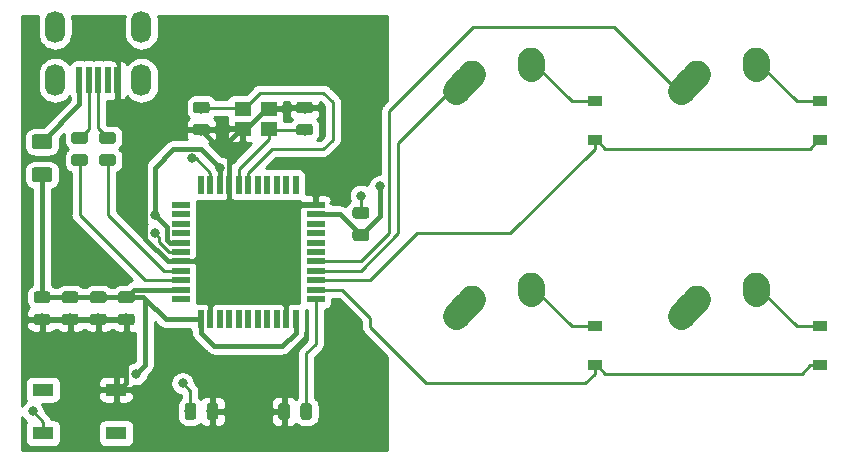
<source format=gbl>
G04 #@! TF.GenerationSoftware,KiCad,Pcbnew,(5.1.4)-1*
G04 #@! TF.CreationDate,2020-09-25T18:06:27-04:00*
G04 #@! TF.ProjectId,2x2 micro pad,32783220-6d69-4637-926f-207061642e6b,rev?*
G04 #@! TF.SameCoordinates,Original*
G04 #@! TF.FileFunction,Copper,L2,Bot*
G04 #@! TF.FilePolarity,Positive*
%FSLAX46Y46*%
G04 Gerber Fmt 4.6, Leading zero omitted, Abs format (unit mm)*
G04 Created by KiCad (PCBNEW (5.1.4)-1) date 2020-09-25 18:06:27*
%MOMM*%
%LPD*%
G04 APERTURE LIST*
%ADD10C,2.250000*%
%ADD11C,2.250000*%
%ADD12R,1.400000X1.200000*%
%ADD13O,1.700000X2.700000*%
%ADD14R,0.500000X2.250000*%
%ADD15R,1.500000X0.550000*%
%ADD16R,0.550000X1.500000*%
%ADD17R,1.800000X1.100000*%
%ADD18C,0.100000*%
%ADD19C,0.975000*%
%ADD20C,1.250000*%
%ADD21R,1.200000X0.900000*%
%ADD22C,0.800000*%
%ADD23C,0.381000*%
%ADD24C,0.254000*%
G04 APERTURE END LIST*
D10*
X229532500Y-79347500D03*
D11*
X229512500Y-79637500D02*
X229552500Y-79057500D01*
D10*
X229552500Y-79057500D03*
X223857501Y-80867500D03*
D11*
X223202500Y-81597500D02*
X224512502Y-80137500D01*
D10*
X224512500Y-80137500D03*
D12*
X186053550Y-65753350D03*
X188253550Y-65753350D03*
X188253550Y-64053350D03*
X186053550Y-64053350D03*
D13*
X170181250Y-57150000D03*
X177481250Y-57150000D03*
X177481250Y-61650000D03*
X170181250Y-61650000D03*
D14*
X172231250Y-61650000D03*
X173031250Y-61650000D03*
X173831250Y-61650000D03*
X174631250Y-61650000D03*
X175431250Y-61650000D03*
D15*
X180831250Y-80200000D03*
X180831250Y-79400000D03*
X180831250Y-78600000D03*
X180831250Y-77800000D03*
X180831250Y-77000000D03*
X180831250Y-76200000D03*
X180831250Y-75400000D03*
X180831250Y-74600000D03*
X180831250Y-73800000D03*
X180831250Y-73000000D03*
X180831250Y-72200000D03*
D16*
X182531250Y-70500000D03*
X183331250Y-70500000D03*
X184131250Y-70500000D03*
X184931250Y-70500000D03*
X185731250Y-70500000D03*
X186531250Y-70500000D03*
X187331250Y-70500000D03*
X188131250Y-70500000D03*
X188931250Y-70500000D03*
X189731250Y-70500000D03*
X190531250Y-70500000D03*
D15*
X192231250Y-72200000D03*
X192231250Y-73000000D03*
X192231250Y-73800000D03*
X192231250Y-74600000D03*
X192231250Y-75400000D03*
X192231250Y-76200000D03*
X192231250Y-77000000D03*
X192231250Y-77800000D03*
X192231250Y-78600000D03*
X192231250Y-79400000D03*
X192231250Y-80200000D03*
D16*
X190531250Y-81900000D03*
X189731250Y-81900000D03*
X188931250Y-81900000D03*
X188131250Y-81900000D03*
X187331250Y-81900000D03*
X186531250Y-81900000D03*
X185731250Y-81900000D03*
X184931250Y-81900000D03*
X184131250Y-81900000D03*
X183331250Y-81900000D03*
X182531250Y-81900000D03*
D17*
X169143750Y-87843750D03*
X175343750Y-91543750D03*
X169143750Y-91543750D03*
X175343750Y-87843750D03*
D18*
G36*
X191705142Y-88994924D02*
G01*
X191728803Y-88998434D01*
X191752007Y-89004246D01*
X191774529Y-89012304D01*
X191796153Y-89022532D01*
X191816670Y-89034829D01*
X191835883Y-89049079D01*
X191853607Y-89065143D01*
X191869671Y-89082867D01*
X191883921Y-89102080D01*
X191896218Y-89122597D01*
X191906446Y-89144221D01*
X191914504Y-89166743D01*
X191920316Y-89189947D01*
X191923826Y-89213608D01*
X191925000Y-89237500D01*
X191925000Y-90150000D01*
X191923826Y-90173892D01*
X191920316Y-90197553D01*
X191914504Y-90220757D01*
X191906446Y-90243279D01*
X191896218Y-90264903D01*
X191883921Y-90285420D01*
X191869671Y-90304633D01*
X191853607Y-90322357D01*
X191835883Y-90338421D01*
X191816670Y-90352671D01*
X191796153Y-90364968D01*
X191774529Y-90375196D01*
X191752007Y-90383254D01*
X191728803Y-90389066D01*
X191705142Y-90392576D01*
X191681250Y-90393750D01*
X191193750Y-90393750D01*
X191169858Y-90392576D01*
X191146197Y-90389066D01*
X191122993Y-90383254D01*
X191100471Y-90375196D01*
X191078847Y-90364968D01*
X191058330Y-90352671D01*
X191039117Y-90338421D01*
X191021393Y-90322357D01*
X191005329Y-90304633D01*
X190991079Y-90285420D01*
X190978782Y-90264903D01*
X190968554Y-90243279D01*
X190960496Y-90220757D01*
X190954684Y-90197553D01*
X190951174Y-90173892D01*
X190950000Y-90150000D01*
X190950000Y-89237500D01*
X190951174Y-89213608D01*
X190954684Y-89189947D01*
X190960496Y-89166743D01*
X190968554Y-89144221D01*
X190978782Y-89122597D01*
X190991079Y-89102080D01*
X191005329Y-89082867D01*
X191021393Y-89065143D01*
X191039117Y-89049079D01*
X191058330Y-89034829D01*
X191078847Y-89022532D01*
X191100471Y-89012304D01*
X191122993Y-89004246D01*
X191146197Y-88998434D01*
X191169858Y-88994924D01*
X191193750Y-88993750D01*
X191681250Y-88993750D01*
X191705142Y-88994924D01*
X191705142Y-88994924D01*
G37*
D19*
X191437500Y-89693750D03*
D18*
G36*
X189830142Y-88994924D02*
G01*
X189853803Y-88998434D01*
X189877007Y-89004246D01*
X189899529Y-89012304D01*
X189921153Y-89022532D01*
X189941670Y-89034829D01*
X189960883Y-89049079D01*
X189978607Y-89065143D01*
X189994671Y-89082867D01*
X190008921Y-89102080D01*
X190021218Y-89122597D01*
X190031446Y-89144221D01*
X190039504Y-89166743D01*
X190045316Y-89189947D01*
X190048826Y-89213608D01*
X190050000Y-89237500D01*
X190050000Y-90150000D01*
X190048826Y-90173892D01*
X190045316Y-90197553D01*
X190039504Y-90220757D01*
X190031446Y-90243279D01*
X190021218Y-90264903D01*
X190008921Y-90285420D01*
X189994671Y-90304633D01*
X189978607Y-90322357D01*
X189960883Y-90338421D01*
X189941670Y-90352671D01*
X189921153Y-90364968D01*
X189899529Y-90375196D01*
X189877007Y-90383254D01*
X189853803Y-90389066D01*
X189830142Y-90392576D01*
X189806250Y-90393750D01*
X189318750Y-90393750D01*
X189294858Y-90392576D01*
X189271197Y-90389066D01*
X189247993Y-90383254D01*
X189225471Y-90375196D01*
X189203847Y-90364968D01*
X189183330Y-90352671D01*
X189164117Y-90338421D01*
X189146393Y-90322357D01*
X189130329Y-90304633D01*
X189116079Y-90285420D01*
X189103782Y-90264903D01*
X189093554Y-90243279D01*
X189085496Y-90220757D01*
X189079684Y-90197553D01*
X189076174Y-90173892D01*
X189075000Y-90150000D01*
X189075000Y-89237500D01*
X189076174Y-89213608D01*
X189079684Y-89189947D01*
X189085496Y-89166743D01*
X189093554Y-89144221D01*
X189103782Y-89122597D01*
X189116079Y-89102080D01*
X189130329Y-89082867D01*
X189146393Y-89065143D01*
X189164117Y-89049079D01*
X189183330Y-89034829D01*
X189203847Y-89022532D01*
X189225471Y-89012304D01*
X189247993Y-89004246D01*
X189271197Y-88998434D01*
X189294858Y-88994924D01*
X189318750Y-88993750D01*
X189806250Y-88993750D01*
X189830142Y-88994924D01*
X189830142Y-88994924D01*
G37*
D19*
X189562500Y-89693750D03*
D18*
G36*
X172723892Y-66044924D02*
G01*
X172747553Y-66048434D01*
X172770757Y-66054246D01*
X172793279Y-66062304D01*
X172814903Y-66072532D01*
X172835420Y-66084829D01*
X172854633Y-66099079D01*
X172872357Y-66115143D01*
X172888421Y-66132867D01*
X172902671Y-66152080D01*
X172914968Y-66172597D01*
X172925196Y-66194221D01*
X172933254Y-66216743D01*
X172939066Y-66239947D01*
X172942576Y-66263608D01*
X172943750Y-66287500D01*
X172943750Y-66775000D01*
X172942576Y-66798892D01*
X172939066Y-66822553D01*
X172933254Y-66845757D01*
X172925196Y-66868279D01*
X172914968Y-66889903D01*
X172902671Y-66910420D01*
X172888421Y-66929633D01*
X172872357Y-66947357D01*
X172854633Y-66963421D01*
X172835420Y-66977671D01*
X172814903Y-66989968D01*
X172793279Y-67000196D01*
X172770757Y-67008254D01*
X172747553Y-67014066D01*
X172723892Y-67017576D01*
X172700000Y-67018750D01*
X171787500Y-67018750D01*
X171763608Y-67017576D01*
X171739947Y-67014066D01*
X171716743Y-67008254D01*
X171694221Y-67000196D01*
X171672597Y-66989968D01*
X171652080Y-66977671D01*
X171632867Y-66963421D01*
X171615143Y-66947357D01*
X171599079Y-66929633D01*
X171584829Y-66910420D01*
X171572532Y-66889903D01*
X171562304Y-66868279D01*
X171554246Y-66845757D01*
X171548434Y-66822553D01*
X171544924Y-66798892D01*
X171543750Y-66775000D01*
X171543750Y-66287500D01*
X171544924Y-66263608D01*
X171548434Y-66239947D01*
X171554246Y-66216743D01*
X171562304Y-66194221D01*
X171572532Y-66172597D01*
X171584829Y-66152080D01*
X171599079Y-66132867D01*
X171615143Y-66115143D01*
X171632867Y-66099079D01*
X171652080Y-66084829D01*
X171672597Y-66072532D01*
X171694221Y-66062304D01*
X171716743Y-66054246D01*
X171739947Y-66048434D01*
X171763608Y-66044924D01*
X171787500Y-66043750D01*
X172700000Y-66043750D01*
X172723892Y-66044924D01*
X172723892Y-66044924D01*
G37*
D19*
X172243750Y-66531250D03*
D18*
G36*
X172723892Y-67919924D02*
G01*
X172747553Y-67923434D01*
X172770757Y-67929246D01*
X172793279Y-67937304D01*
X172814903Y-67947532D01*
X172835420Y-67959829D01*
X172854633Y-67974079D01*
X172872357Y-67990143D01*
X172888421Y-68007867D01*
X172902671Y-68027080D01*
X172914968Y-68047597D01*
X172925196Y-68069221D01*
X172933254Y-68091743D01*
X172939066Y-68114947D01*
X172942576Y-68138608D01*
X172943750Y-68162500D01*
X172943750Y-68650000D01*
X172942576Y-68673892D01*
X172939066Y-68697553D01*
X172933254Y-68720757D01*
X172925196Y-68743279D01*
X172914968Y-68764903D01*
X172902671Y-68785420D01*
X172888421Y-68804633D01*
X172872357Y-68822357D01*
X172854633Y-68838421D01*
X172835420Y-68852671D01*
X172814903Y-68864968D01*
X172793279Y-68875196D01*
X172770757Y-68883254D01*
X172747553Y-68889066D01*
X172723892Y-68892576D01*
X172700000Y-68893750D01*
X171787500Y-68893750D01*
X171763608Y-68892576D01*
X171739947Y-68889066D01*
X171716743Y-68883254D01*
X171694221Y-68875196D01*
X171672597Y-68864968D01*
X171652080Y-68852671D01*
X171632867Y-68838421D01*
X171615143Y-68822357D01*
X171599079Y-68804633D01*
X171584829Y-68785420D01*
X171572532Y-68764903D01*
X171562304Y-68743279D01*
X171554246Y-68720757D01*
X171548434Y-68697553D01*
X171544924Y-68673892D01*
X171543750Y-68650000D01*
X171543750Y-68162500D01*
X171544924Y-68138608D01*
X171548434Y-68114947D01*
X171554246Y-68091743D01*
X171562304Y-68069221D01*
X171572532Y-68047597D01*
X171584829Y-68027080D01*
X171599079Y-68007867D01*
X171615143Y-67990143D01*
X171632867Y-67974079D01*
X171652080Y-67959829D01*
X171672597Y-67947532D01*
X171694221Y-67937304D01*
X171716743Y-67929246D01*
X171739947Y-67923434D01*
X171763608Y-67919924D01*
X171787500Y-67918750D01*
X172700000Y-67918750D01*
X172723892Y-67919924D01*
X172723892Y-67919924D01*
G37*
D19*
X172243750Y-68406250D03*
D18*
G36*
X175105142Y-66044924D02*
G01*
X175128803Y-66048434D01*
X175152007Y-66054246D01*
X175174529Y-66062304D01*
X175196153Y-66072532D01*
X175216670Y-66084829D01*
X175235883Y-66099079D01*
X175253607Y-66115143D01*
X175269671Y-66132867D01*
X175283921Y-66152080D01*
X175296218Y-66172597D01*
X175306446Y-66194221D01*
X175314504Y-66216743D01*
X175320316Y-66239947D01*
X175323826Y-66263608D01*
X175325000Y-66287500D01*
X175325000Y-66775000D01*
X175323826Y-66798892D01*
X175320316Y-66822553D01*
X175314504Y-66845757D01*
X175306446Y-66868279D01*
X175296218Y-66889903D01*
X175283921Y-66910420D01*
X175269671Y-66929633D01*
X175253607Y-66947357D01*
X175235883Y-66963421D01*
X175216670Y-66977671D01*
X175196153Y-66989968D01*
X175174529Y-67000196D01*
X175152007Y-67008254D01*
X175128803Y-67014066D01*
X175105142Y-67017576D01*
X175081250Y-67018750D01*
X174168750Y-67018750D01*
X174144858Y-67017576D01*
X174121197Y-67014066D01*
X174097993Y-67008254D01*
X174075471Y-67000196D01*
X174053847Y-66989968D01*
X174033330Y-66977671D01*
X174014117Y-66963421D01*
X173996393Y-66947357D01*
X173980329Y-66929633D01*
X173966079Y-66910420D01*
X173953782Y-66889903D01*
X173943554Y-66868279D01*
X173935496Y-66845757D01*
X173929684Y-66822553D01*
X173926174Y-66798892D01*
X173925000Y-66775000D01*
X173925000Y-66287500D01*
X173926174Y-66263608D01*
X173929684Y-66239947D01*
X173935496Y-66216743D01*
X173943554Y-66194221D01*
X173953782Y-66172597D01*
X173966079Y-66152080D01*
X173980329Y-66132867D01*
X173996393Y-66115143D01*
X174014117Y-66099079D01*
X174033330Y-66084829D01*
X174053847Y-66072532D01*
X174075471Y-66062304D01*
X174097993Y-66054246D01*
X174121197Y-66048434D01*
X174144858Y-66044924D01*
X174168750Y-66043750D01*
X175081250Y-66043750D01*
X175105142Y-66044924D01*
X175105142Y-66044924D01*
G37*
D19*
X174625000Y-66531250D03*
D18*
G36*
X175105142Y-67919924D02*
G01*
X175128803Y-67923434D01*
X175152007Y-67929246D01*
X175174529Y-67937304D01*
X175196153Y-67947532D01*
X175216670Y-67959829D01*
X175235883Y-67974079D01*
X175253607Y-67990143D01*
X175269671Y-68007867D01*
X175283921Y-68027080D01*
X175296218Y-68047597D01*
X175306446Y-68069221D01*
X175314504Y-68091743D01*
X175320316Y-68114947D01*
X175323826Y-68138608D01*
X175325000Y-68162500D01*
X175325000Y-68650000D01*
X175323826Y-68673892D01*
X175320316Y-68697553D01*
X175314504Y-68720757D01*
X175306446Y-68743279D01*
X175296218Y-68764903D01*
X175283921Y-68785420D01*
X175269671Y-68804633D01*
X175253607Y-68822357D01*
X175235883Y-68838421D01*
X175216670Y-68852671D01*
X175196153Y-68864968D01*
X175174529Y-68875196D01*
X175152007Y-68883254D01*
X175128803Y-68889066D01*
X175105142Y-68892576D01*
X175081250Y-68893750D01*
X174168750Y-68893750D01*
X174144858Y-68892576D01*
X174121197Y-68889066D01*
X174097993Y-68883254D01*
X174075471Y-68875196D01*
X174053847Y-68864968D01*
X174033330Y-68852671D01*
X174014117Y-68838421D01*
X173996393Y-68822357D01*
X173980329Y-68804633D01*
X173966079Y-68785420D01*
X173953782Y-68764903D01*
X173943554Y-68743279D01*
X173935496Y-68720757D01*
X173929684Y-68697553D01*
X173926174Y-68673892D01*
X173925000Y-68650000D01*
X173925000Y-68162500D01*
X173926174Y-68138608D01*
X173929684Y-68114947D01*
X173935496Y-68091743D01*
X173943554Y-68069221D01*
X173953782Y-68047597D01*
X173966079Y-68027080D01*
X173980329Y-68007867D01*
X173996393Y-67990143D01*
X174014117Y-67974079D01*
X174033330Y-67959829D01*
X174053847Y-67947532D01*
X174075471Y-67937304D01*
X174097993Y-67929246D01*
X174121197Y-67923434D01*
X174144858Y-67919924D01*
X174168750Y-67918750D01*
X175081250Y-67918750D01*
X175105142Y-67919924D01*
X175105142Y-67919924D01*
G37*
D19*
X174625000Y-68406250D03*
D18*
G36*
X196536392Y-72394924D02*
G01*
X196560053Y-72398434D01*
X196583257Y-72404246D01*
X196605779Y-72412304D01*
X196627403Y-72422532D01*
X196647920Y-72434829D01*
X196667133Y-72449079D01*
X196684857Y-72465143D01*
X196700921Y-72482867D01*
X196715171Y-72502080D01*
X196727468Y-72522597D01*
X196737696Y-72544221D01*
X196745754Y-72566743D01*
X196751566Y-72589947D01*
X196755076Y-72613608D01*
X196756250Y-72637500D01*
X196756250Y-73125000D01*
X196755076Y-73148892D01*
X196751566Y-73172553D01*
X196745754Y-73195757D01*
X196737696Y-73218279D01*
X196727468Y-73239903D01*
X196715171Y-73260420D01*
X196700921Y-73279633D01*
X196684857Y-73297357D01*
X196667133Y-73313421D01*
X196647920Y-73327671D01*
X196627403Y-73339968D01*
X196605779Y-73350196D01*
X196583257Y-73358254D01*
X196560053Y-73364066D01*
X196536392Y-73367576D01*
X196512500Y-73368750D01*
X195600000Y-73368750D01*
X195576108Y-73367576D01*
X195552447Y-73364066D01*
X195529243Y-73358254D01*
X195506721Y-73350196D01*
X195485097Y-73339968D01*
X195464580Y-73327671D01*
X195445367Y-73313421D01*
X195427643Y-73297357D01*
X195411579Y-73279633D01*
X195397329Y-73260420D01*
X195385032Y-73239903D01*
X195374804Y-73218279D01*
X195366746Y-73195757D01*
X195360934Y-73172553D01*
X195357424Y-73148892D01*
X195356250Y-73125000D01*
X195356250Y-72637500D01*
X195357424Y-72613608D01*
X195360934Y-72589947D01*
X195366746Y-72566743D01*
X195374804Y-72544221D01*
X195385032Y-72522597D01*
X195397329Y-72502080D01*
X195411579Y-72482867D01*
X195427643Y-72465143D01*
X195445367Y-72449079D01*
X195464580Y-72434829D01*
X195485097Y-72422532D01*
X195506721Y-72412304D01*
X195529243Y-72404246D01*
X195552447Y-72398434D01*
X195576108Y-72394924D01*
X195600000Y-72393750D01*
X196512500Y-72393750D01*
X196536392Y-72394924D01*
X196536392Y-72394924D01*
G37*
D19*
X196056250Y-72881250D03*
D18*
G36*
X196536392Y-74269924D02*
G01*
X196560053Y-74273434D01*
X196583257Y-74279246D01*
X196605779Y-74287304D01*
X196627403Y-74297532D01*
X196647920Y-74309829D01*
X196667133Y-74324079D01*
X196684857Y-74340143D01*
X196700921Y-74357867D01*
X196715171Y-74377080D01*
X196727468Y-74397597D01*
X196737696Y-74419221D01*
X196745754Y-74441743D01*
X196751566Y-74464947D01*
X196755076Y-74488608D01*
X196756250Y-74512500D01*
X196756250Y-75000000D01*
X196755076Y-75023892D01*
X196751566Y-75047553D01*
X196745754Y-75070757D01*
X196737696Y-75093279D01*
X196727468Y-75114903D01*
X196715171Y-75135420D01*
X196700921Y-75154633D01*
X196684857Y-75172357D01*
X196667133Y-75188421D01*
X196647920Y-75202671D01*
X196627403Y-75214968D01*
X196605779Y-75225196D01*
X196583257Y-75233254D01*
X196560053Y-75239066D01*
X196536392Y-75242576D01*
X196512500Y-75243750D01*
X195600000Y-75243750D01*
X195576108Y-75242576D01*
X195552447Y-75239066D01*
X195529243Y-75233254D01*
X195506721Y-75225196D01*
X195485097Y-75214968D01*
X195464580Y-75202671D01*
X195445367Y-75188421D01*
X195427643Y-75172357D01*
X195411579Y-75154633D01*
X195397329Y-75135420D01*
X195385032Y-75114903D01*
X195374804Y-75093279D01*
X195366746Y-75070757D01*
X195360934Y-75047553D01*
X195357424Y-75023892D01*
X195356250Y-75000000D01*
X195356250Y-74512500D01*
X195357424Y-74488608D01*
X195360934Y-74464947D01*
X195366746Y-74441743D01*
X195374804Y-74419221D01*
X195385032Y-74397597D01*
X195397329Y-74377080D01*
X195411579Y-74357867D01*
X195427643Y-74340143D01*
X195445367Y-74324079D01*
X195464580Y-74309829D01*
X195485097Y-74297532D01*
X195506721Y-74287304D01*
X195529243Y-74279246D01*
X195552447Y-74273434D01*
X195576108Y-74269924D01*
X195600000Y-74268750D01*
X196512500Y-74268750D01*
X196536392Y-74269924D01*
X196536392Y-74269924D01*
G37*
D19*
X196056250Y-74756250D03*
D10*
X210482500Y-79347500D03*
D11*
X210462500Y-79637500D02*
X210502500Y-79057500D01*
D10*
X210502500Y-79057500D03*
X204807501Y-80867500D03*
D11*
X204152500Y-81597500D02*
X205462502Y-80137500D01*
D10*
X205462500Y-80137500D03*
X229532500Y-60297500D03*
D11*
X229512500Y-60587500D02*
X229552500Y-60007500D01*
D10*
X229552500Y-60007500D03*
X223857501Y-61817500D03*
D11*
X223202500Y-62547500D02*
X224512502Y-61087500D01*
D10*
X224512500Y-61087500D03*
X210482500Y-60297500D03*
D11*
X210462500Y-60587500D02*
X210502500Y-60007500D01*
D10*
X210502500Y-60007500D03*
X204807501Y-61817500D03*
D11*
X204152500Y-62547500D02*
X205462502Y-61087500D01*
D10*
X205462500Y-61087500D03*
D18*
G36*
X169718254Y-66238704D02*
G01*
X169742523Y-66242304D01*
X169766321Y-66248265D01*
X169789421Y-66256530D01*
X169811599Y-66267020D01*
X169832643Y-66279633D01*
X169852348Y-66294247D01*
X169870527Y-66310723D01*
X169887003Y-66328902D01*
X169901617Y-66348607D01*
X169914230Y-66369651D01*
X169924720Y-66391829D01*
X169932985Y-66414929D01*
X169938946Y-66438727D01*
X169942546Y-66462996D01*
X169943750Y-66487500D01*
X169943750Y-67237500D01*
X169942546Y-67262004D01*
X169938946Y-67286273D01*
X169932985Y-67310071D01*
X169924720Y-67333171D01*
X169914230Y-67355349D01*
X169901617Y-67376393D01*
X169887003Y-67396098D01*
X169870527Y-67414277D01*
X169852348Y-67430753D01*
X169832643Y-67445367D01*
X169811599Y-67457980D01*
X169789421Y-67468470D01*
X169766321Y-67476735D01*
X169742523Y-67482696D01*
X169718254Y-67486296D01*
X169693750Y-67487500D01*
X168443750Y-67487500D01*
X168419246Y-67486296D01*
X168394977Y-67482696D01*
X168371179Y-67476735D01*
X168348079Y-67468470D01*
X168325901Y-67457980D01*
X168304857Y-67445367D01*
X168285152Y-67430753D01*
X168266973Y-67414277D01*
X168250497Y-67396098D01*
X168235883Y-67376393D01*
X168223270Y-67355349D01*
X168212780Y-67333171D01*
X168204515Y-67310071D01*
X168198554Y-67286273D01*
X168194954Y-67262004D01*
X168193750Y-67237500D01*
X168193750Y-66487500D01*
X168194954Y-66462996D01*
X168198554Y-66438727D01*
X168204515Y-66414929D01*
X168212780Y-66391829D01*
X168223270Y-66369651D01*
X168235883Y-66348607D01*
X168250497Y-66328902D01*
X168266973Y-66310723D01*
X168285152Y-66294247D01*
X168304857Y-66279633D01*
X168325901Y-66267020D01*
X168348079Y-66256530D01*
X168371179Y-66248265D01*
X168394977Y-66242304D01*
X168419246Y-66238704D01*
X168443750Y-66237500D01*
X169693750Y-66237500D01*
X169718254Y-66238704D01*
X169718254Y-66238704D01*
G37*
D20*
X169068750Y-66862500D03*
D18*
G36*
X169718254Y-69038704D02*
G01*
X169742523Y-69042304D01*
X169766321Y-69048265D01*
X169789421Y-69056530D01*
X169811599Y-69067020D01*
X169832643Y-69079633D01*
X169852348Y-69094247D01*
X169870527Y-69110723D01*
X169887003Y-69128902D01*
X169901617Y-69148607D01*
X169914230Y-69169651D01*
X169924720Y-69191829D01*
X169932985Y-69214929D01*
X169938946Y-69238727D01*
X169942546Y-69262996D01*
X169943750Y-69287500D01*
X169943750Y-70037500D01*
X169942546Y-70062004D01*
X169938946Y-70086273D01*
X169932985Y-70110071D01*
X169924720Y-70133171D01*
X169914230Y-70155349D01*
X169901617Y-70176393D01*
X169887003Y-70196098D01*
X169870527Y-70214277D01*
X169852348Y-70230753D01*
X169832643Y-70245367D01*
X169811599Y-70257980D01*
X169789421Y-70268470D01*
X169766321Y-70276735D01*
X169742523Y-70282696D01*
X169718254Y-70286296D01*
X169693750Y-70287500D01*
X168443750Y-70287500D01*
X168419246Y-70286296D01*
X168394977Y-70282696D01*
X168371179Y-70276735D01*
X168348079Y-70268470D01*
X168325901Y-70257980D01*
X168304857Y-70245367D01*
X168285152Y-70230753D01*
X168266973Y-70214277D01*
X168250497Y-70196098D01*
X168235883Y-70176393D01*
X168223270Y-70155349D01*
X168212780Y-70133171D01*
X168204515Y-70110071D01*
X168198554Y-70086273D01*
X168194954Y-70062004D01*
X168193750Y-70037500D01*
X168193750Y-69287500D01*
X168194954Y-69262996D01*
X168198554Y-69238727D01*
X168204515Y-69214929D01*
X168212780Y-69191829D01*
X168223270Y-69169651D01*
X168235883Y-69148607D01*
X168250497Y-69128902D01*
X168266973Y-69110723D01*
X168285152Y-69094247D01*
X168304857Y-69079633D01*
X168325901Y-69067020D01*
X168348079Y-69056530D01*
X168371179Y-69048265D01*
X168394977Y-69042304D01*
X168419246Y-69038704D01*
X168443750Y-69037500D01*
X169693750Y-69037500D01*
X169718254Y-69038704D01*
X169718254Y-69038704D01*
G37*
D20*
X169068750Y-69662500D03*
D21*
X234950000Y-82487500D03*
X234950000Y-85787500D03*
X215900000Y-82487500D03*
X215900000Y-85787500D03*
X234950000Y-63437500D03*
X234950000Y-66737500D03*
X215900000Y-63437500D03*
X215900000Y-66737500D03*
D18*
G36*
X176692642Y-81413674D02*
G01*
X176716303Y-81417184D01*
X176739507Y-81422996D01*
X176762029Y-81431054D01*
X176783653Y-81441282D01*
X176804170Y-81453579D01*
X176823383Y-81467829D01*
X176841107Y-81483893D01*
X176857171Y-81501617D01*
X176871421Y-81520830D01*
X176883718Y-81541347D01*
X176893946Y-81562971D01*
X176902004Y-81585493D01*
X176907816Y-81608697D01*
X176911326Y-81632358D01*
X176912500Y-81656250D01*
X176912500Y-82143750D01*
X176911326Y-82167642D01*
X176907816Y-82191303D01*
X176902004Y-82214507D01*
X176893946Y-82237029D01*
X176883718Y-82258653D01*
X176871421Y-82279170D01*
X176857171Y-82298383D01*
X176841107Y-82316107D01*
X176823383Y-82332171D01*
X176804170Y-82346421D01*
X176783653Y-82358718D01*
X176762029Y-82368946D01*
X176739507Y-82377004D01*
X176716303Y-82382816D01*
X176692642Y-82386326D01*
X176668750Y-82387500D01*
X175756250Y-82387500D01*
X175732358Y-82386326D01*
X175708697Y-82382816D01*
X175685493Y-82377004D01*
X175662971Y-82368946D01*
X175641347Y-82358718D01*
X175620830Y-82346421D01*
X175601617Y-82332171D01*
X175583893Y-82316107D01*
X175567829Y-82298383D01*
X175553579Y-82279170D01*
X175541282Y-82258653D01*
X175531054Y-82237029D01*
X175522996Y-82214507D01*
X175517184Y-82191303D01*
X175513674Y-82167642D01*
X175512500Y-82143750D01*
X175512500Y-81656250D01*
X175513674Y-81632358D01*
X175517184Y-81608697D01*
X175522996Y-81585493D01*
X175531054Y-81562971D01*
X175541282Y-81541347D01*
X175553579Y-81520830D01*
X175567829Y-81501617D01*
X175583893Y-81483893D01*
X175601617Y-81467829D01*
X175620830Y-81453579D01*
X175641347Y-81441282D01*
X175662971Y-81431054D01*
X175685493Y-81422996D01*
X175708697Y-81417184D01*
X175732358Y-81413674D01*
X175756250Y-81412500D01*
X176668750Y-81412500D01*
X176692642Y-81413674D01*
X176692642Y-81413674D01*
G37*
D19*
X176212500Y-81900000D03*
D18*
G36*
X176692642Y-79538674D02*
G01*
X176716303Y-79542184D01*
X176739507Y-79547996D01*
X176762029Y-79556054D01*
X176783653Y-79566282D01*
X176804170Y-79578579D01*
X176823383Y-79592829D01*
X176841107Y-79608893D01*
X176857171Y-79626617D01*
X176871421Y-79645830D01*
X176883718Y-79666347D01*
X176893946Y-79687971D01*
X176902004Y-79710493D01*
X176907816Y-79733697D01*
X176911326Y-79757358D01*
X176912500Y-79781250D01*
X176912500Y-80268750D01*
X176911326Y-80292642D01*
X176907816Y-80316303D01*
X176902004Y-80339507D01*
X176893946Y-80362029D01*
X176883718Y-80383653D01*
X176871421Y-80404170D01*
X176857171Y-80423383D01*
X176841107Y-80441107D01*
X176823383Y-80457171D01*
X176804170Y-80471421D01*
X176783653Y-80483718D01*
X176762029Y-80493946D01*
X176739507Y-80502004D01*
X176716303Y-80507816D01*
X176692642Y-80511326D01*
X176668750Y-80512500D01*
X175756250Y-80512500D01*
X175732358Y-80511326D01*
X175708697Y-80507816D01*
X175685493Y-80502004D01*
X175662971Y-80493946D01*
X175641347Y-80483718D01*
X175620830Y-80471421D01*
X175601617Y-80457171D01*
X175583893Y-80441107D01*
X175567829Y-80423383D01*
X175553579Y-80404170D01*
X175541282Y-80383653D01*
X175531054Y-80362029D01*
X175522996Y-80339507D01*
X175517184Y-80316303D01*
X175513674Y-80292642D01*
X175512500Y-80268750D01*
X175512500Y-79781250D01*
X175513674Y-79757358D01*
X175517184Y-79733697D01*
X175522996Y-79710493D01*
X175531054Y-79687971D01*
X175541282Y-79666347D01*
X175553579Y-79645830D01*
X175567829Y-79626617D01*
X175583893Y-79608893D01*
X175601617Y-79592829D01*
X175620830Y-79578579D01*
X175641347Y-79566282D01*
X175662971Y-79556054D01*
X175685493Y-79547996D01*
X175708697Y-79542184D01*
X175732358Y-79538674D01*
X175756250Y-79537500D01*
X176668750Y-79537500D01*
X176692642Y-79538674D01*
X176692642Y-79538674D01*
G37*
D19*
X176212500Y-80025000D03*
D18*
G36*
X169548892Y-81413674D02*
G01*
X169572553Y-81417184D01*
X169595757Y-81422996D01*
X169618279Y-81431054D01*
X169639903Y-81441282D01*
X169660420Y-81453579D01*
X169679633Y-81467829D01*
X169697357Y-81483893D01*
X169713421Y-81501617D01*
X169727671Y-81520830D01*
X169739968Y-81541347D01*
X169750196Y-81562971D01*
X169758254Y-81585493D01*
X169764066Y-81608697D01*
X169767576Y-81632358D01*
X169768750Y-81656250D01*
X169768750Y-82143750D01*
X169767576Y-82167642D01*
X169764066Y-82191303D01*
X169758254Y-82214507D01*
X169750196Y-82237029D01*
X169739968Y-82258653D01*
X169727671Y-82279170D01*
X169713421Y-82298383D01*
X169697357Y-82316107D01*
X169679633Y-82332171D01*
X169660420Y-82346421D01*
X169639903Y-82358718D01*
X169618279Y-82368946D01*
X169595757Y-82377004D01*
X169572553Y-82382816D01*
X169548892Y-82386326D01*
X169525000Y-82387500D01*
X168612500Y-82387500D01*
X168588608Y-82386326D01*
X168564947Y-82382816D01*
X168541743Y-82377004D01*
X168519221Y-82368946D01*
X168497597Y-82358718D01*
X168477080Y-82346421D01*
X168457867Y-82332171D01*
X168440143Y-82316107D01*
X168424079Y-82298383D01*
X168409829Y-82279170D01*
X168397532Y-82258653D01*
X168387304Y-82237029D01*
X168379246Y-82214507D01*
X168373434Y-82191303D01*
X168369924Y-82167642D01*
X168368750Y-82143750D01*
X168368750Y-81656250D01*
X168369924Y-81632358D01*
X168373434Y-81608697D01*
X168379246Y-81585493D01*
X168387304Y-81562971D01*
X168397532Y-81541347D01*
X168409829Y-81520830D01*
X168424079Y-81501617D01*
X168440143Y-81483893D01*
X168457867Y-81467829D01*
X168477080Y-81453579D01*
X168497597Y-81441282D01*
X168519221Y-81431054D01*
X168541743Y-81422996D01*
X168564947Y-81417184D01*
X168588608Y-81413674D01*
X168612500Y-81412500D01*
X169525000Y-81412500D01*
X169548892Y-81413674D01*
X169548892Y-81413674D01*
G37*
D19*
X169068750Y-81900000D03*
D18*
G36*
X169548892Y-79538674D02*
G01*
X169572553Y-79542184D01*
X169595757Y-79547996D01*
X169618279Y-79556054D01*
X169639903Y-79566282D01*
X169660420Y-79578579D01*
X169679633Y-79592829D01*
X169697357Y-79608893D01*
X169713421Y-79626617D01*
X169727671Y-79645830D01*
X169739968Y-79666347D01*
X169750196Y-79687971D01*
X169758254Y-79710493D01*
X169764066Y-79733697D01*
X169767576Y-79757358D01*
X169768750Y-79781250D01*
X169768750Y-80268750D01*
X169767576Y-80292642D01*
X169764066Y-80316303D01*
X169758254Y-80339507D01*
X169750196Y-80362029D01*
X169739968Y-80383653D01*
X169727671Y-80404170D01*
X169713421Y-80423383D01*
X169697357Y-80441107D01*
X169679633Y-80457171D01*
X169660420Y-80471421D01*
X169639903Y-80483718D01*
X169618279Y-80493946D01*
X169595757Y-80502004D01*
X169572553Y-80507816D01*
X169548892Y-80511326D01*
X169525000Y-80512500D01*
X168612500Y-80512500D01*
X168588608Y-80511326D01*
X168564947Y-80507816D01*
X168541743Y-80502004D01*
X168519221Y-80493946D01*
X168497597Y-80483718D01*
X168477080Y-80471421D01*
X168457867Y-80457171D01*
X168440143Y-80441107D01*
X168424079Y-80423383D01*
X168409829Y-80404170D01*
X168397532Y-80383653D01*
X168387304Y-80362029D01*
X168379246Y-80339507D01*
X168373434Y-80316303D01*
X168369924Y-80292642D01*
X168368750Y-80268750D01*
X168368750Y-79781250D01*
X168369924Y-79757358D01*
X168373434Y-79733697D01*
X168379246Y-79710493D01*
X168387304Y-79687971D01*
X168397532Y-79666347D01*
X168409829Y-79645830D01*
X168424079Y-79626617D01*
X168440143Y-79608893D01*
X168457867Y-79592829D01*
X168477080Y-79578579D01*
X168497597Y-79566282D01*
X168519221Y-79556054D01*
X168541743Y-79547996D01*
X168564947Y-79542184D01*
X168588608Y-79538674D01*
X168612500Y-79537500D01*
X169525000Y-79537500D01*
X169548892Y-79538674D01*
X169548892Y-79538674D01*
G37*
D19*
X169068750Y-80025000D03*
D18*
G36*
X174311392Y-81413674D02*
G01*
X174335053Y-81417184D01*
X174358257Y-81422996D01*
X174380779Y-81431054D01*
X174402403Y-81441282D01*
X174422920Y-81453579D01*
X174442133Y-81467829D01*
X174459857Y-81483893D01*
X174475921Y-81501617D01*
X174490171Y-81520830D01*
X174502468Y-81541347D01*
X174512696Y-81562971D01*
X174520754Y-81585493D01*
X174526566Y-81608697D01*
X174530076Y-81632358D01*
X174531250Y-81656250D01*
X174531250Y-82143750D01*
X174530076Y-82167642D01*
X174526566Y-82191303D01*
X174520754Y-82214507D01*
X174512696Y-82237029D01*
X174502468Y-82258653D01*
X174490171Y-82279170D01*
X174475921Y-82298383D01*
X174459857Y-82316107D01*
X174442133Y-82332171D01*
X174422920Y-82346421D01*
X174402403Y-82358718D01*
X174380779Y-82368946D01*
X174358257Y-82377004D01*
X174335053Y-82382816D01*
X174311392Y-82386326D01*
X174287500Y-82387500D01*
X173375000Y-82387500D01*
X173351108Y-82386326D01*
X173327447Y-82382816D01*
X173304243Y-82377004D01*
X173281721Y-82368946D01*
X173260097Y-82358718D01*
X173239580Y-82346421D01*
X173220367Y-82332171D01*
X173202643Y-82316107D01*
X173186579Y-82298383D01*
X173172329Y-82279170D01*
X173160032Y-82258653D01*
X173149804Y-82237029D01*
X173141746Y-82214507D01*
X173135934Y-82191303D01*
X173132424Y-82167642D01*
X173131250Y-82143750D01*
X173131250Y-81656250D01*
X173132424Y-81632358D01*
X173135934Y-81608697D01*
X173141746Y-81585493D01*
X173149804Y-81562971D01*
X173160032Y-81541347D01*
X173172329Y-81520830D01*
X173186579Y-81501617D01*
X173202643Y-81483893D01*
X173220367Y-81467829D01*
X173239580Y-81453579D01*
X173260097Y-81441282D01*
X173281721Y-81431054D01*
X173304243Y-81422996D01*
X173327447Y-81417184D01*
X173351108Y-81413674D01*
X173375000Y-81412500D01*
X174287500Y-81412500D01*
X174311392Y-81413674D01*
X174311392Y-81413674D01*
G37*
D19*
X173831250Y-81900000D03*
D18*
G36*
X174311392Y-79538674D02*
G01*
X174335053Y-79542184D01*
X174358257Y-79547996D01*
X174380779Y-79556054D01*
X174402403Y-79566282D01*
X174422920Y-79578579D01*
X174442133Y-79592829D01*
X174459857Y-79608893D01*
X174475921Y-79626617D01*
X174490171Y-79645830D01*
X174502468Y-79666347D01*
X174512696Y-79687971D01*
X174520754Y-79710493D01*
X174526566Y-79733697D01*
X174530076Y-79757358D01*
X174531250Y-79781250D01*
X174531250Y-80268750D01*
X174530076Y-80292642D01*
X174526566Y-80316303D01*
X174520754Y-80339507D01*
X174512696Y-80362029D01*
X174502468Y-80383653D01*
X174490171Y-80404170D01*
X174475921Y-80423383D01*
X174459857Y-80441107D01*
X174442133Y-80457171D01*
X174422920Y-80471421D01*
X174402403Y-80483718D01*
X174380779Y-80493946D01*
X174358257Y-80502004D01*
X174335053Y-80507816D01*
X174311392Y-80511326D01*
X174287500Y-80512500D01*
X173375000Y-80512500D01*
X173351108Y-80511326D01*
X173327447Y-80507816D01*
X173304243Y-80502004D01*
X173281721Y-80493946D01*
X173260097Y-80483718D01*
X173239580Y-80471421D01*
X173220367Y-80457171D01*
X173202643Y-80441107D01*
X173186579Y-80423383D01*
X173172329Y-80404170D01*
X173160032Y-80383653D01*
X173149804Y-80362029D01*
X173141746Y-80339507D01*
X173135934Y-80316303D01*
X173132424Y-80292642D01*
X173131250Y-80268750D01*
X173131250Y-79781250D01*
X173132424Y-79757358D01*
X173135934Y-79733697D01*
X173141746Y-79710493D01*
X173149804Y-79687971D01*
X173160032Y-79666347D01*
X173172329Y-79645830D01*
X173186579Y-79626617D01*
X173202643Y-79608893D01*
X173220367Y-79592829D01*
X173239580Y-79578579D01*
X173260097Y-79566282D01*
X173281721Y-79556054D01*
X173304243Y-79547996D01*
X173327447Y-79542184D01*
X173351108Y-79538674D01*
X173375000Y-79537500D01*
X174287500Y-79537500D01*
X174311392Y-79538674D01*
X174311392Y-79538674D01*
G37*
D19*
X173831250Y-80025000D03*
D18*
G36*
X171930142Y-81413674D02*
G01*
X171953803Y-81417184D01*
X171977007Y-81422996D01*
X171999529Y-81431054D01*
X172021153Y-81441282D01*
X172041670Y-81453579D01*
X172060883Y-81467829D01*
X172078607Y-81483893D01*
X172094671Y-81501617D01*
X172108921Y-81520830D01*
X172121218Y-81541347D01*
X172131446Y-81562971D01*
X172139504Y-81585493D01*
X172145316Y-81608697D01*
X172148826Y-81632358D01*
X172150000Y-81656250D01*
X172150000Y-82143750D01*
X172148826Y-82167642D01*
X172145316Y-82191303D01*
X172139504Y-82214507D01*
X172131446Y-82237029D01*
X172121218Y-82258653D01*
X172108921Y-82279170D01*
X172094671Y-82298383D01*
X172078607Y-82316107D01*
X172060883Y-82332171D01*
X172041670Y-82346421D01*
X172021153Y-82358718D01*
X171999529Y-82368946D01*
X171977007Y-82377004D01*
X171953803Y-82382816D01*
X171930142Y-82386326D01*
X171906250Y-82387500D01*
X170993750Y-82387500D01*
X170969858Y-82386326D01*
X170946197Y-82382816D01*
X170922993Y-82377004D01*
X170900471Y-82368946D01*
X170878847Y-82358718D01*
X170858330Y-82346421D01*
X170839117Y-82332171D01*
X170821393Y-82316107D01*
X170805329Y-82298383D01*
X170791079Y-82279170D01*
X170778782Y-82258653D01*
X170768554Y-82237029D01*
X170760496Y-82214507D01*
X170754684Y-82191303D01*
X170751174Y-82167642D01*
X170750000Y-82143750D01*
X170750000Y-81656250D01*
X170751174Y-81632358D01*
X170754684Y-81608697D01*
X170760496Y-81585493D01*
X170768554Y-81562971D01*
X170778782Y-81541347D01*
X170791079Y-81520830D01*
X170805329Y-81501617D01*
X170821393Y-81483893D01*
X170839117Y-81467829D01*
X170858330Y-81453579D01*
X170878847Y-81441282D01*
X170900471Y-81431054D01*
X170922993Y-81422996D01*
X170946197Y-81417184D01*
X170969858Y-81413674D01*
X170993750Y-81412500D01*
X171906250Y-81412500D01*
X171930142Y-81413674D01*
X171930142Y-81413674D01*
G37*
D19*
X171450000Y-81900000D03*
D18*
G36*
X171930142Y-79538674D02*
G01*
X171953803Y-79542184D01*
X171977007Y-79547996D01*
X171999529Y-79556054D01*
X172021153Y-79566282D01*
X172041670Y-79578579D01*
X172060883Y-79592829D01*
X172078607Y-79608893D01*
X172094671Y-79626617D01*
X172108921Y-79645830D01*
X172121218Y-79666347D01*
X172131446Y-79687971D01*
X172139504Y-79710493D01*
X172145316Y-79733697D01*
X172148826Y-79757358D01*
X172150000Y-79781250D01*
X172150000Y-80268750D01*
X172148826Y-80292642D01*
X172145316Y-80316303D01*
X172139504Y-80339507D01*
X172131446Y-80362029D01*
X172121218Y-80383653D01*
X172108921Y-80404170D01*
X172094671Y-80423383D01*
X172078607Y-80441107D01*
X172060883Y-80457171D01*
X172041670Y-80471421D01*
X172021153Y-80483718D01*
X171999529Y-80493946D01*
X171977007Y-80502004D01*
X171953803Y-80507816D01*
X171930142Y-80511326D01*
X171906250Y-80512500D01*
X170993750Y-80512500D01*
X170969858Y-80511326D01*
X170946197Y-80507816D01*
X170922993Y-80502004D01*
X170900471Y-80493946D01*
X170878847Y-80483718D01*
X170858330Y-80471421D01*
X170839117Y-80457171D01*
X170821393Y-80441107D01*
X170805329Y-80423383D01*
X170791079Y-80404170D01*
X170778782Y-80383653D01*
X170768554Y-80362029D01*
X170760496Y-80339507D01*
X170754684Y-80316303D01*
X170751174Y-80292642D01*
X170750000Y-80268750D01*
X170750000Y-79781250D01*
X170751174Y-79757358D01*
X170754684Y-79733697D01*
X170760496Y-79710493D01*
X170768554Y-79687971D01*
X170778782Y-79666347D01*
X170791079Y-79645830D01*
X170805329Y-79626617D01*
X170821393Y-79608893D01*
X170839117Y-79592829D01*
X170858330Y-79578579D01*
X170878847Y-79566282D01*
X170900471Y-79556054D01*
X170922993Y-79547996D01*
X170946197Y-79542184D01*
X170969858Y-79538674D01*
X170993750Y-79537500D01*
X171906250Y-79537500D01*
X171930142Y-79538674D01*
X171930142Y-79538674D01*
G37*
D19*
X171450000Y-80025000D03*
D18*
G36*
X183767642Y-88994924D02*
G01*
X183791303Y-88998434D01*
X183814507Y-89004246D01*
X183837029Y-89012304D01*
X183858653Y-89022532D01*
X183879170Y-89034829D01*
X183898383Y-89049079D01*
X183916107Y-89065143D01*
X183932171Y-89082867D01*
X183946421Y-89102080D01*
X183958718Y-89122597D01*
X183968946Y-89144221D01*
X183977004Y-89166743D01*
X183982816Y-89189947D01*
X183986326Y-89213608D01*
X183987500Y-89237500D01*
X183987500Y-90150000D01*
X183986326Y-90173892D01*
X183982816Y-90197553D01*
X183977004Y-90220757D01*
X183968946Y-90243279D01*
X183958718Y-90264903D01*
X183946421Y-90285420D01*
X183932171Y-90304633D01*
X183916107Y-90322357D01*
X183898383Y-90338421D01*
X183879170Y-90352671D01*
X183858653Y-90364968D01*
X183837029Y-90375196D01*
X183814507Y-90383254D01*
X183791303Y-90389066D01*
X183767642Y-90392576D01*
X183743750Y-90393750D01*
X183256250Y-90393750D01*
X183232358Y-90392576D01*
X183208697Y-90389066D01*
X183185493Y-90383254D01*
X183162971Y-90375196D01*
X183141347Y-90364968D01*
X183120830Y-90352671D01*
X183101617Y-90338421D01*
X183083893Y-90322357D01*
X183067829Y-90304633D01*
X183053579Y-90285420D01*
X183041282Y-90264903D01*
X183031054Y-90243279D01*
X183022996Y-90220757D01*
X183017184Y-90197553D01*
X183013674Y-90173892D01*
X183012500Y-90150000D01*
X183012500Y-89237500D01*
X183013674Y-89213608D01*
X183017184Y-89189947D01*
X183022996Y-89166743D01*
X183031054Y-89144221D01*
X183041282Y-89122597D01*
X183053579Y-89102080D01*
X183067829Y-89082867D01*
X183083893Y-89065143D01*
X183101617Y-89049079D01*
X183120830Y-89034829D01*
X183141347Y-89022532D01*
X183162971Y-89012304D01*
X183185493Y-89004246D01*
X183208697Y-88998434D01*
X183232358Y-88994924D01*
X183256250Y-88993750D01*
X183743750Y-88993750D01*
X183767642Y-88994924D01*
X183767642Y-88994924D01*
G37*
D19*
X183500000Y-89693750D03*
D18*
G36*
X181892642Y-88994924D02*
G01*
X181916303Y-88998434D01*
X181939507Y-89004246D01*
X181962029Y-89012304D01*
X181983653Y-89022532D01*
X182004170Y-89034829D01*
X182023383Y-89049079D01*
X182041107Y-89065143D01*
X182057171Y-89082867D01*
X182071421Y-89102080D01*
X182083718Y-89122597D01*
X182093946Y-89144221D01*
X182102004Y-89166743D01*
X182107816Y-89189947D01*
X182111326Y-89213608D01*
X182112500Y-89237500D01*
X182112500Y-90150000D01*
X182111326Y-90173892D01*
X182107816Y-90197553D01*
X182102004Y-90220757D01*
X182093946Y-90243279D01*
X182083718Y-90264903D01*
X182071421Y-90285420D01*
X182057171Y-90304633D01*
X182041107Y-90322357D01*
X182023383Y-90338421D01*
X182004170Y-90352671D01*
X181983653Y-90364968D01*
X181962029Y-90375196D01*
X181939507Y-90383254D01*
X181916303Y-90389066D01*
X181892642Y-90392576D01*
X181868750Y-90393750D01*
X181381250Y-90393750D01*
X181357358Y-90392576D01*
X181333697Y-90389066D01*
X181310493Y-90383254D01*
X181287971Y-90375196D01*
X181266347Y-90364968D01*
X181245830Y-90352671D01*
X181226617Y-90338421D01*
X181208893Y-90322357D01*
X181192829Y-90304633D01*
X181178579Y-90285420D01*
X181166282Y-90264903D01*
X181156054Y-90243279D01*
X181147996Y-90220757D01*
X181142184Y-90197553D01*
X181138674Y-90173892D01*
X181137500Y-90150000D01*
X181137500Y-89237500D01*
X181138674Y-89213608D01*
X181142184Y-89189947D01*
X181147996Y-89166743D01*
X181156054Y-89144221D01*
X181166282Y-89122597D01*
X181178579Y-89102080D01*
X181192829Y-89082867D01*
X181208893Y-89065143D01*
X181226617Y-89049079D01*
X181245830Y-89034829D01*
X181266347Y-89022532D01*
X181287971Y-89012304D01*
X181310493Y-89004246D01*
X181333697Y-88998434D01*
X181357358Y-88994924D01*
X181381250Y-88993750D01*
X181868750Y-88993750D01*
X181892642Y-88994924D01*
X181892642Y-88994924D01*
G37*
D19*
X181625000Y-89693750D03*
D18*
G36*
X191773892Y-63479524D02*
G01*
X191797553Y-63483034D01*
X191820757Y-63488846D01*
X191843279Y-63496904D01*
X191864903Y-63507132D01*
X191885420Y-63519429D01*
X191904633Y-63533679D01*
X191922357Y-63549743D01*
X191938421Y-63567467D01*
X191952671Y-63586680D01*
X191964968Y-63607197D01*
X191975196Y-63628821D01*
X191983254Y-63651343D01*
X191989066Y-63674547D01*
X191992576Y-63698208D01*
X191993750Y-63722100D01*
X191993750Y-64209600D01*
X191992576Y-64233492D01*
X191989066Y-64257153D01*
X191983254Y-64280357D01*
X191975196Y-64302879D01*
X191964968Y-64324503D01*
X191952671Y-64345020D01*
X191938421Y-64364233D01*
X191922357Y-64381957D01*
X191904633Y-64398021D01*
X191885420Y-64412271D01*
X191864903Y-64424568D01*
X191843279Y-64434796D01*
X191820757Y-64442854D01*
X191797553Y-64448666D01*
X191773892Y-64452176D01*
X191750000Y-64453350D01*
X190837500Y-64453350D01*
X190813608Y-64452176D01*
X190789947Y-64448666D01*
X190766743Y-64442854D01*
X190744221Y-64434796D01*
X190722597Y-64424568D01*
X190702080Y-64412271D01*
X190682867Y-64398021D01*
X190665143Y-64381957D01*
X190649079Y-64364233D01*
X190634829Y-64345020D01*
X190622532Y-64324503D01*
X190612304Y-64302879D01*
X190604246Y-64280357D01*
X190598434Y-64257153D01*
X190594924Y-64233492D01*
X190593750Y-64209600D01*
X190593750Y-63722100D01*
X190594924Y-63698208D01*
X190598434Y-63674547D01*
X190604246Y-63651343D01*
X190612304Y-63628821D01*
X190622532Y-63607197D01*
X190634829Y-63586680D01*
X190649079Y-63567467D01*
X190665143Y-63549743D01*
X190682867Y-63533679D01*
X190702080Y-63519429D01*
X190722597Y-63507132D01*
X190744221Y-63496904D01*
X190766743Y-63488846D01*
X190789947Y-63483034D01*
X190813608Y-63479524D01*
X190837500Y-63478350D01*
X191750000Y-63478350D01*
X191773892Y-63479524D01*
X191773892Y-63479524D01*
G37*
D19*
X191293750Y-63965850D03*
D18*
G36*
X191773892Y-65354524D02*
G01*
X191797553Y-65358034D01*
X191820757Y-65363846D01*
X191843279Y-65371904D01*
X191864903Y-65382132D01*
X191885420Y-65394429D01*
X191904633Y-65408679D01*
X191922357Y-65424743D01*
X191938421Y-65442467D01*
X191952671Y-65461680D01*
X191964968Y-65482197D01*
X191975196Y-65503821D01*
X191983254Y-65526343D01*
X191989066Y-65549547D01*
X191992576Y-65573208D01*
X191993750Y-65597100D01*
X191993750Y-66084600D01*
X191992576Y-66108492D01*
X191989066Y-66132153D01*
X191983254Y-66155357D01*
X191975196Y-66177879D01*
X191964968Y-66199503D01*
X191952671Y-66220020D01*
X191938421Y-66239233D01*
X191922357Y-66256957D01*
X191904633Y-66273021D01*
X191885420Y-66287271D01*
X191864903Y-66299568D01*
X191843279Y-66309796D01*
X191820757Y-66317854D01*
X191797553Y-66323666D01*
X191773892Y-66327176D01*
X191750000Y-66328350D01*
X190837500Y-66328350D01*
X190813608Y-66327176D01*
X190789947Y-66323666D01*
X190766743Y-66317854D01*
X190744221Y-66309796D01*
X190722597Y-66299568D01*
X190702080Y-66287271D01*
X190682867Y-66273021D01*
X190665143Y-66256957D01*
X190649079Y-66239233D01*
X190634829Y-66220020D01*
X190622532Y-66199503D01*
X190612304Y-66177879D01*
X190604246Y-66155357D01*
X190598434Y-66132153D01*
X190594924Y-66108492D01*
X190593750Y-66084600D01*
X190593750Y-65597100D01*
X190594924Y-65573208D01*
X190598434Y-65549547D01*
X190604246Y-65526343D01*
X190612304Y-65503821D01*
X190622532Y-65482197D01*
X190634829Y-65461680D01*
X190649079Y-65442467D01*
X190665143Y-65424743D01*
X190682867Y-65408679D01*
X190702080Y-65394429D01*
X190722597Y-65382132D01*
X190744221Y-65371904D01*
X190766743Y-65363846D01*
X190789947Y-65358034D01*
X190813608Y-65354524D01*
X190837500Y-65353350D01*
X191750000Y-65353350D01*
X191773892Y-65354524D01*
X191773892Y-65354524D01*
G37*
D19*
X191293750Y-65840850D03*
D18*
G36*
X183042642Y-65354524D02*
G01*
X183066303Y-65358034D01*
X183089507Y-65363846D01*
X183112029Y-65371904D01*
X183133653Y-65382132D01*
X183154170Y-65394429D01*
X183173383Y-65408679D01*
X183191107Y-65424743D01*
X183207171Y-65442467D01*
X183221421Y-65461680D01*
X183233718Y-65482197D01*
X183243946Y-65503821D01*
X183252004Y-65526343D01*
X183257816Y-65549547D01*
X183261326Y-65573208D01*
X183262500Y-65597100D01*
X183262500Y-66084600D01*
X183261326Y-66108492D01*
X183257816Y-66132153D01*
X183252004Y-66155357D01*
X183243946Y-66177879D01*
X183233718Y-66199503D01*
X183221421Y-66220020D01*
X183207171Y-66239233D01*
X183191107Y-66256957D01*
X183173383Y-66273021D01*
X183154170Y-66287271D01*
X183133653Y-66299568D01*
X183112029Y-66309796D01*
X183089507Y-66317854D01*
X183066303Y-66323666D01*
X183042642Y-66327176D01*
X183018750Y-66328350D01*
X182106250Y-66328350D01*
X182082358Y-66327176D01*
X182058697Y-66323666D01*
X182035493Y-66317854D01*
X182012971Y-66309796D01*
X181991347Y-66299568D01*
X181970830Y-66287271D01*
X181951617Y-66273021D01*
X181933893Y-66256957D01*
X181917829Y-66239233D01*
X181903579Y-66220020D01*
X181891282Y-66199503D01*
X181881054Y-66177879D01*
X181872996Y-66155357D01*
X181867184Y-66132153D01*
X181863674Y-66108492D01*
X181862500Y-66084600D01*
X181862500Y-65597100D01*
X181863674Y-65573208D01*
X181867184Y-65549547D01*
X181872996Y-65526343D01*
X181881054Y-65503821D01*
X181891282Y-65482197D01*
X181903579Y-65461680D01*
X181917829Y-65442467D01*
X181933893Y-65424743D01*
X181951617Y-65408679D01*
X181970830Y-65394429D01*
X181991347Y-65382132D01*
X182012971Y-65371904D01*
X182035493Y-65363846D01*
X182058697Y-65358034D01*
X182082358Y-65354524D01*
X182106250Y-65353350D01*
X183018750Y-65353350D01*
X183042642Y-65354524D01*
X183042642Y-65354524D01*
G37*
D19*
X182562500Y-65840850D03*
D18*
G36*
X183042642Y-63479524D02*
G01*
X183066303Y-63483034D01*
X183089507Y-63488846D01*
X183112029Y-63496904D01*
X183133653Y-63507132D01*
X183154170Y-63519429D01*
X183173383Y-63533679D01*
X183191107Y-63549743D01*
X183207171Y-63567467D01*
X183221421Y-63586680D01*
X183233718Y-63607197D01*
X183243946Y-63628821D01*
X183252004Y-63651343D01*
X183257816Y-63674547D01*
X183261326Y-63698208D01*
X183262500Y-63722100D01*
X183262500Y-64209600D01*
X183261326Y-64233492D01*
X183257816Y-64257153D01*
X183252004Y-64280357D01*
X183243946Y-64302879D01*
X183233718Y-64324503D01*
X183221421Y-64345020D01*
X183207171Y-64364233D01*
X183191107Y-64381957D01*
X183173383Y-64398021D01*
X183154170Y-64412271D01*
X183133653Y-64424568D01*
X183112029Y-64434796D01*
X183089507Y-64442854D01*
X183066303Y-64448666D01*
X183042642Y-64452176D01*
X183018750Y-64453350D01*
X182106250Y-64453350D01*
X182082358Y-64452176D01*
X182058697Y-64448666D01*
X182035493Y-64442854D01*
X182012971Y-64434796D01*
X181991347Y-64424568D01*
X181970830Y-64412271D01*
X181951617Y-64398021D01*
X181933893Y-64381957D01*
X181917829Y-64364233D01*
X181903579Y-64345020D01*
X181891282Y-64324503D01*
X181881054Y-64302879D01*
X181872996Y-64280357D01*
X181867184Y-64257153D01*
X181863674Y-64233492D01*
X181862500Y-64209600D01*
X181862500Y-63722100D01*
X181863674Y-63698208D01*
X181867184Y-63674547D01*
X181872996Y-63651343D01*
X181881054Y-63628821D01*
X181891282Y-63607197D01*
X181903579Y-63586680D01*
X181917829Y-63567467D01*
X181933893Y-63549743D01*
X181951617Y-63533679D01*
X181970830Y-63519429D01*
X181991347Y-63507132D01*
X182012971Y-63496904D01*
X182035493Y-63488846D01*
X182058697Y-63483034D01*
X182082358Y-63479524D01*
X182106250Y-63478350D01*
X183018750Y-63478350D01*
X183042642Y-63479524D01*
X183042642Y-63479524D01*
G37*
D19*
X182562500Y-63965850D03*
D22*
X172243750Y-84137500D03*
X176212500Y-72231250D03*
X180975000Y-87312500D03*
X178593750Y-74612500D03*
X184140750Y-69056250D03*
X197643750Y-70643750D03*
X178593750Y-73025000D03*
X177006250Y-86518750D03*
X168275000Y-89693750D03*
X181768750Y-68262500D03*
X196056250Y-71437500D03*
D23*
X169068750Y-81900000D02*
X171450000Y-81900000D01*
X171450000Y-81900000D02*
X176212500Y-81900000D01*
X176212500Y-82487500D02*
X176212500Y-81900000D01*
X175693750Y-87843750D02*
X176212500Y-87325000D01*
X175343750Y-87843750D02*
X175693750Y-87843750D01*
X179700250Y-77000000D02*
X180831250Y-77000000D01*
X177800000Y-75099750D02*
X179700250Y-77000000D01*
X184931250Y-71631000D02*
X184931250Y-70500000D01*
X181962250Y-77000000D02*
X184931250Y-74031000D01*
X180831250Y-77000000D02*
X181962250Y-77000000D01*
X186762250Y-72200000D02*
X192231250Y-72200000D01*
X184931250Y-74031000D02*
X186762250Y-72200000D01*
X183331250Y-80769000D02*
X184931250Y-79169000D01*
X183331250Y-81900000D02*
X183331250Y-80769000D01*
X184931250Y-74031000D02*
X184931250Y-73037500D01*
X184931250Y-73037500D02*
X184931250Y-71631000D01*
X186737250Y-77775000D02*
X184931250Y-77775000D01*
X189731250Y-80769000D02*
X186737250Y-77775000D01*
X189731250Y-81900000D02*
X189731250Y-80769000D01*
X184931250Y-79169000D02*
X184931250Y-77775000D01*
X184931250Y-77775000D02*
X184931250Y-73037500D01*
X185953550Y-65753350D02*
X186053550Y-65753350D01*
X184931250Y-66775650D02*
X185953550Y-65753350D01*
X184931250Y-68209600D02*
X184931250Y-68250000D01*
X182562500Y-65840850D02*
X184931250Y-68209600D01*
X184931250Y-70500000D02*
X184931250Y-68250000D01*
X184931250Y-68250000D02*
X184931250Y-66775650D01*
X188341050Y-63965850D02*
X188253550Y-64053350D01*
X191293750Y-63965850D02*
X188341050Y-63965850D01*
X186356452Y-65753350D02*
X186053550Y-65753350D01*
X188056452Y-64053350D02*
X186356452Y-65753350D01*
X188253550Y-64053350D02*
X188056452Y-64053350D01*
X189562500Y-89693750D02*
X183500000Y-89693750D01*
X176212500Y-87325000D02*
X176212500Y-84931250D01*
X176212500Y-84931250D02*
X176212500Y-82487500D01*
X183500000Y-89693750D02*
X183500000Y-91931250D01*
X176624750Y-87843750D02*
X175343750Y-87843750D01*
X180712250Y-91931250D02*
X176624750Y-87843750D01*
X183500000Y-91931250D02*
X180712250Y-91931250D01*
X171450000Y-81900000D02*
X171450000Y-83343750D01*
X171450000Y-83343750D02*
X172243750Y-84137500D01*
X177006250Y-72231250D02*
X177800000Y-71437500D01*
X176212500Y-72231250D02*
X177006250Y-72231250D01*
X177800000Y-71437500D02*
X177800000Y-75099750D01*
X177800000Y-65524750D02*
X177800000Y-71437500D01*
X175431250Y-63156000D02*
X177800000Y-65524750D01*
X175431250Y-61650000D02*
X175431250Y-63156000D01*
D24*
X185966050Y-63965850D02*
X186053550Y-64053350D01*
X182562500Y-63965850D02*
X185966050Y-63965850D01*
X192881250Y-67468750D02*
X188558500Y-67468750D01*
X186531250Y-69496000D02*
X186531250Y-70500000D01*
X186053550Y-64053350D02*
X186153550Y-64053350D01*
X186153550Y-64053350D02*
X187500650Y-62706250D01*
X187500650Y-62706250D02*
X192881250Y-62706250D01*
X188558500Y-67468750D02*
X186531250Y-69496000D01*
X192881250Y-62706250D02*
X193675000Y-63500000D01*
X193675000Y-63500000D02*
X193675000Y-66675000D01*
X193675000Y-66675000D02*
X192881250Y-67468750D01*
X188341050Y-65840850D02*
X188253550Y-65753350D01*
X191293750Y-65840850D02*
X188341050Y-65840850D01*
X185731250Y-69496000D02*
X185731250Y-70500000D01*
X185731250Y-69129650D02*
X185731250Y-69496000D01*
X188253550Y-66607350D02*
X185731250Y-69129650D01*
X188253550Y-65753350D02*
X188253550Y-66607350D01*
X181625000Y-89693750D02*
X181625000Y-87962500D01*
X181625000Y-87962500D02*
X180975000Y-87312500D01*
X179827250Y-76200000D02*
X180831250Y-76200000D01*
X178993749Y-75366499D02*
X179827250Y-76200000D01*
X178593750Y-74612500D02*
X178993749Y-75012499D01*
X178993749Y-75012499D02*
X178993749Y-75366499D01*
D23*
X176212500Y-80025000D02*
X173831250Y-80025000D01*
X173831250Y-80025000D02*
X171450000Y-80025000D01*
X171450000Y-80025000D02*
X169068750Y-80025000D01*
X169068750Y-69662500D02*
X169068750Y-80025000D01*
X176837500Y-79400000D02*
X176212500Y-80025000D01*
X180831250Y-79400000D02*
X176837500Y-79400000D01*
X177656250Y-80025000D02*
X176212500Y-80025000D01*
X182531250Y-81900000D02*
X179531250Y-81900000D01*
X182531250Y-83031000D02*
X183637750Y-84137500D01*
X182531250Y-81900000D02*
X182531250Y-83031000D01*
X190531250Y-83031000D02*
X190531250Y-81900000D01*
X189424750Y-84137500D02*
X190531250Y-83031000D01*
X183637750Y-84137500D02*
X189424750Y-84137500D01*
X196056250Y-74756250D02*
X194300000Y-73000000D01*
X194300000Y-73000000D02*
X192231250Y-73000000D01*
X184131250Y-70500000D02*
X184131250Y-69065750D01*
X184131250Y-69065750D02*
X184140750Y-69056250D01*
X196056250Y-74756250D02*
X197643750Y-73168750D01*
X197643750Y-73168750D02*
X197643750Y-70643750D01*
X182553250Y-67468750D02*
X180181250Y-67468750D01*
X184140750Y-69056250D02*
X182553250Y-67468750D01*
X180181250Y-67468750D02*
X178593750Y-69056250D01*
X178593750Y-69056250D02*
X178593750Y-73025000D01*
X179903348Y-75400000D02*
X180831250Y-75400000D01*
X179690749Y-75187401D02*
X179903348Y-75400000D01*
X179690749Y-74121999D02*
X179690749Y-75187401D01*
X178593750Y-73025000D02*
X179690749Y-74121999D01*
X177800000Y-85725000D02*
X177800000Y-80168750D01*
X177006250Y-86518750D02*
X177800000Y-85725000D01*
X179531250Y-81900000D02*
X177800000Y-80168750D01*
X177800000Y-80168750D02*
X177656250Y-80025000D01*
D24*
X213932500Y-63437500D02*
X210502500Y-60007500D01*
X215900000Y-63437500D02*
X213932500Y-63437500D01*
X216050000Y-66737500D02*
X215900000Y-66737500D01*
X216754000Y-67441500D02*
X216050000Y-66737500D01*
X234096000Y-67441500D02*
X216754000Y-67441500D01*
X234800000Y-66737500D02*
X234096000Y-67441500D01*
X234950000Y-66737500D02*
X234800000Y-66737500D01*
X215900000Y-67441500D02*
X208729000Y-74612500D01*
X215900000Y-66737500D02*
X215900000Y-67441500D01*
X208729000Y-74612500D02*
X200818750Y-74612500D01*
X196831250Y-78600000D02*
X192231250Y-78600000D01*
X200818750Y-74612500D02*
X196831250Y-78600000D01*
X232982500Y-63437500D02*
X229552500Y-60007500D01*
X234950000Y-63437500D02*
X232982500Y-63437500D01*
X211082500Y-79637500D02*
X210462500Y-79637500D01*
X213932500Y-82487500D02*
X211082500Y-79637500D01*
X215900000Y-82487500D02*
X213932500Y-82487500D01*
X216050000Y-85787500D02*
X215900000Y-85787500D01*
X216754000Y-86491500D02*
X216050000Y-85787500D01*
X233392000Y-86491500D02*
X216754000Y-86491500D01*
X234096000Y-85787500D02*
X233392000Y-86491500D01*
X234950000Y-85787500D02*
X234096000Y-85787500D01*
X215900000Y-86491500D02*
X215079000Y-87312500D01*
X215900000Y-85787500D02*
X215900000Y-86491500D01*
X215079000Y-87312500D02*
X201612500Y-87312500D01*
X201612500Y-87312500D02*
X196850000Y-82550000D01*
X196850000Y-82550000D02*
X196850000Y-81756250D01*
X194493750Y-79400000D02*
X192231250Y-79400000D01*
X196850000Y-81756250D02*
X194493750Y-79400000D01*
X230132500Y-79637500D02*
X229512500Y-79637500D01*
X232982500Y-82487500D02*
X230132500Y-79637500D01*
X234950000Y-82487500D02*
X232982500Y-82487500D01*
D23*
X172231250Y-63700000D02*
X172231250Y-61650000D01*
X169068750Y-66862500D02*
X172231250Y-63700000D01*
D24*
X196043750Y-77800000D02*
X192231250Y-77800000D01*
X199231250Y-74612500D02*
X196043750Y-77800000D01*
X199231250Y-66959788D02*
X199231250Y-74612500D01*
X204152500Y-62547500D02*
X203643538Y-62547500D01*
X203643538Y-62547500D02*
X199231250Y-66959788D01*
X196050000Y-77000000D02*
X192231250Y-77000000D01*
X222885000Y-62547500D02*
X217487500Y-57150000D01*
X223202500Y-62547500D02*
X222885000Y-62547500D01*
X217487500Y-57150000D02*
X205581250Y-57150000D01*
X205581250Y-57150000D02*
X198437500Y-64293750D01*
X198437500Y-64293750D02*
X198437500Y-74612500D01*
X198437500Y-74612500D02*
X196050000Y-77000000D01*
X169143750Y-91543750D02*
X169143750Y-90562500D01*
X169143750Y-90562500D02*
X168275000Y-89693750D01*
X182097750Y-68262500D02*
X181768750Y-68262500D01*
X183331250Y-70500000D02*
X183331250Y-69496000D01*
X183331250Y-69496000D02*
X182097750Y-68262500D01*
X196056250Y-72881250D02*
X196056250Y-71437500D01*
X174625000Y-66531250D02*
X173831250Y-65737500D01*
X173831250Y-65737500D02*
X173831250Y-61650000D01*
X174625000Y-68406250D02*
X174625000Y-73025000D01*
X179400000Y-77800000D02*
X180831250Y-77800000D01*
X174625000Y-73025000D02*
X179400000Y-77800000D01*
X172243750Y-66531250D02*
X173031250Y-65743750D01*
X173031250Y-65743750D02*
X173031250Y-61650000D01*
X172243750Y-68406250D02*
X172243750Y-73025000D01*
X177818750Y-78600000D02*
X180831250Y-78600000D01*
X172243750Y-73025000D02*
X177818750Y-78600000D01*
X191437500Y-89693750D02*
X191437500Y-84787500D01*
X192231250Y-83993750D02*
X192231250Y-80200000D01*
X191437500Y-84787500D02*
X192231250Y-83993750D01*
G36*
X168717737Y-56358889D02*
G01*
X168696250Y-56577050D01*
X168696250Y-57722949D01*
X168717737Y-57941110D01*
X168802651Y-58221033D01*
X168940544Y-58479013D01*
X169126116Y-58705134D01*
X169352236Y-58890706D01*
X169610216Y-59028599D01*
X169890139Y-59113513D01*
X170181250Y-59142185D01*
X170472360Y-59113513D01*
X170752283Y-59028599D01*
X171010263Y-58890706D01*
X171236384Y-58705134D01*
X171421956Y-58479014D01*
X171559849Y-58221034D01*
X171644763Y-57941111D01*
X171666250Y-57722950D01*
X171666250Y-56577050D01*
X171644763Y-56358889D01*
X171603390Y-56222500D01*
X176059110Y-56222500D01*
X176017737Y-56358889D01*
X175996250Y-56577050D01*
X175996250Y-57722949D01*
X176017737Y-57941110D01*
X176102651Y-58221033D01*
X176240544Y-58479013D01*
X176426116Y-58705134D01*
X176652236Y-58890706D01*
X176910216Y-59028599D01*
X177190139Y-59113513D01*
X177481250Y-59142185D01*
X177772360Y-59113513D01*
X178052283Y-59028599D01*
X178310263Y-58890706D01*
X178536384Y-58705134D01*
X178721956Y-58479014D01*
X178859849Y-58221034D01*
X178944763Y-57941111D01*
X178966250Y-57722950D01*
X178966250Y-56577050D01*
X178944763Y-56358889D01*
X178903390Y-56222500D01*
X198310500Y-56222500D01*
X198310500Y-63343120D01*
X197925154Y-63728466D01*
X197896078Y-63752328D01*
X197843437Y-63816472D01*
X197800855Y-63868358D01*
X197781819Y-63903972D01*
X197730098Y-64000736D01*
X197686526Y-64144373D01*
X197675500Y-64256324D01*
X197671814Y-64293750D01*
X197675500Y-64331173D01*
X197675501Y-69608750D01*
X197541811Y-69608750D01*
X197341852Y-69648524D01*
X197153494Y-69726545D01*
X196983976Y-69839813D01*
X196839813Y-69983976D01*
X196726545Y-70153494D01*
X196648524Y-70341852D01*
X196608750Y-70541811D01*
X196608750Y-70561885D01*
X196546506Y-70520295D01*
X196358148Y-70442274D01*
X196158189Y-70402500D01*
X195954311Y-70402500D01*
X195754352Y-70442274D01*
X195565994Y-70520295D01*
X195396476Y-70633563D01*
X195252313Y-70777726D01*
X195139045Y-70947244D01*
X195061024Y-71135602D01*
X195021250Y-71335561D01*
X195021250Y-71539439D01*
X195061024Y-71739398D01*
X195125838Y-71895872D01*
X195110086Y-71904292D01*
X194976458Y-72013958D01*
X194866792Y-72147586D01*
X194785303Y-72300041D01*
X194777935Y-72324329D01*
X194760842Y-72310301D01*
X194617434Y-72233647D01*
X194461826Y-72186444D01*
X194340553Y-72174500D01*
X194340550Y-72174500D01*
X194300000Y-72170506D01*
X194259450Y-72174500D01*
X193616250Y-72174500D01*
X193616250Y-72072998D01*
X193457502Y-72072998D01*
X193616250Y-71914250D01*
X193606427Y-71797369D01*
X193569515Y-71677855D01*
X193509996Y-71567839D01*
X193430158Y-71471549D01*
X193333068Y-71392684D01*
X193222458Y-71334276D01*
X193102579Y-71298570D01*
X192978037Y-71286936D01*
X192517000Y-71290000D01*
X192358250Y-71448750D01*
X192358250Y-72073000D01*
X192378250Y-72073000D01*
X192378250Y-72086928D01*
X191481250Y-72086928D01*
X191356768Y-72099188D01*
X191237070Y-72135498D01*
X191126756Y-72194463D01*
X191030065Y-72273815D01*
X190950713Y-72370506D01*
X190938333Y-72393667D01*
X190846250Y-72485750D01*
X190855796Y-72599337D01*
X190855438Y-72600518D01*
X190843178Y-72725000D01*
X190843178Y-73275000D01*
X190855438Y-73399482D01*
X190855595Y-73400000D01*
X190855438Y-73400518D01*
X190843178Y-73525000D01*
X190843178Y-74075000D01*
X190855438Y-74199482D01*
X190855595Y-74200000D01*
X190855438Y-74200518D01*
X190843178Y-74325000D01*
X190843178Y-74875000D01*
X190855438Y-74999482D01*
X190855595Y-75000000D01*
X190855438Y-75000518D01*
X190843178Y-75125000D01*
X190843178Y-75675000D01*
X190855438Y-75799482D01*
X190855595Y-75800000D01*
X190855438Y-75800518D01*
X190843178Y-75925000D01*
X190843178Y-76475000D01*
X190855438Y-76599482D01*
X190855595Y-76600000D01*
X190855438Y-76600518D01*
X190843178Y-76725000D01*
X190843178Y-77275000D01*
X190855438Y-77399482D01*
X190855595Y-77400000D01*
X190855438Y-77400518D01*
X190843178Y-77525000D01*
X190843178Y-78075000D01*
X190855438Y-78199482D01*
X190855595Y-78200000D01*
X190855438Y-78200518D01*
X190843178Y-78325000D01*
X190843178Y-78875000D01*
X190855438Y-78999482D01*
X190855595Y-79000000D01*
X190855438Y-79000518D01*
X190843178Y-79125000D01*
X190843178Y-79675000D01*
X190855438Y-79799482D01*
X190855595Y-79800000D01*
X190855438Y-79800518D01*
X190843178Y-79925000D01*
X190843178Y-80475000D01*
X190847212Y-80515962D01*
X190806250Y-80511928D01*
X190256250Y-80511928D01*
X190131768Y-80524188D01*
X190130587Y-80524546D01*
X190017000Y-80515000D01*
X189924917Y-80607083D01*
X189901756Y-80619463D01*
X189805065Y-80698815D01*
X189731250Y-80788759D01*
X189657435Y-80698815D01*
X189560744Y-80619463D01*
X189537583Y-80607083D01*
X189445500Y-80515000D01*
X189331913Y-80524546D01*
X189330732Y-80524188D01*
X189206250Y-80511928D01*
X188656250Y-80511928D01*
X188531768Y-80524188D01*
X188531250Y-80524345D01*
X188530732Y-80524188D01*
X188406250Y-80511928D01*
X187856250Y-80511928D01*
X187731768Y-80524188D01*
X187731250Y-80524345D01*
X187730732Y-80524188D01*
X187606250Y-80511928D01*
X187056250Y-80511928D01*
X186931768Y-80524188D01*
X186931250Y-80524345D01*
X186930732Y-80524188D01*
X186806250Y-80511928D01*
X186256250Y-80511928D01*
X186131768Y-80524188D01*
X186131250Y-80524345D01*
X186130732Y-80524188D01*
X186006250Y-80511928D01*
X185456250Y-80511928D01*
X185331768Y-80524188D01*
X185331250Y-80524345D01*
X185330732Y-80524188D01*
X185206250Y-80511928D01*
X184656250Y-80511928D01*
X184531768Y-80524188D01*
X184531250Y-80524345D01*
X184530732Y-80524188D01*
X184406250Y-80511928D01*
X183856250Y-80511928D01*
X183731768Y-80524188D01*
X183730587Y-80524546D01*
X183617000Y-80515000D01*
X183524917Y-80607083D01*
X183501756Y-80619463D01*
X183405065Y-80698815D01*
X183331250Y-80788759D01*
X183257435Y-80698815D01*
X183160744Y-80619463D01*
X183137583Y-80607083D01*
X183045500Y-80515000D01*
X182931913Y-80524546D01*
X182930732Y-80524188D01*
X182806250Y-80511928D01*
X182256250Y-80511928D01*
X182215288Y-80515962D01*
X182219322Y-80475000D01*
X182219322Y-79925000D01*
X182207062Y-79800518D01*
X182206905Y-79800000D01*
X182207062Y-79799482D01*
X182219322Y-79675000D01*
X182219322Y-79125000D01*
X182207062Y-79000518D01*
X182206905Y-79000000D01*
X182207062Y-78999482D01*
X182219322Y-78875000D01*
X182219322Y-78325000D01*
X182207062Y-78200518D01*
X182206905Y-78200000D01*
X182207062Y-78199482D01*
X182219322Y-78075000D01*
X182219322Y-77525000D01*
X182207062Y-77400518D01*
X182206704Y-77399337D01*
X182216250Y-77285750D01*
X182124167Y-77193667D01*
X182111787Y-77170506D01*
X182032435Y-77073815D01*
X181942491Y-77000000D01*
X182032435Y-76926185D01*
X182111787Y-76829494D01*
X182124167Y-76806333D01*
X182216250Y-76714250D01*
X182206704Y-76600663D01*
X182207062Y-76599482D01*
X182219322Y-76475000D01*
X182219322Y-75925000D01*
X182207062Y-75800518D01*
X182206905Y-75800000D01*
X182207062Y-75799482D01*
X182219322Y-75675000D01*
X182219322Y-75125000D01*
X182207062Y-75000518D01*
X182206905Y-75000000D01*
X182207062Y-74999482D01*
X182219322Y-74875000D01*
X182219322Y-74325000D01*
X182207062Y-74200518D01*
X182206905Y-74200000D01*
X182207062Y-74199482D01*
X182219322Y-74075000D01*
X182219322Y-73525000D01*
X182207062Y-73400518D01*
X182206905Y-73400000D01*
X182207062Y-73399482D01*
X182219322Y-73275000D01*
X182219322Y-72725000D01*
X182207062Y-72600518D01*
X182206905Y-72600000D01*
X182207062Y-72599482D01*
X182219322Y-72475000D01*
X182219322Y-71925000D01*
X182215288Y-71884038D01*
X182256250Y-71888072D01*
X182806250Y-71888072D01*
X182930732Y-71875812D01*
X182931250Y-71875655D01*
X182931768Y-71875812D01*
X183056250Y-71888072D01*
X183606250Y-71888072D01*
X183730732Y-71875812D01*
X183731250Y-71875655D01*
X183731768Y-71875812D01*
X183856250Y-71888072D01*
X184406250Y-71888072D01*
X184530732Y-71875812D01*
X184531913Y-71875454D01*
X184645500Y-71885000D01*
X184737583Y-71792917D01*
X184760744Y-71780537D01*
X184857435Y-71701185D01*
X184931250Y-71611241D01*
X185005065Y-71701185D01*
X185101756Y-71780537D01*
X185124917Y-71792917D01*
X185217000Y-71885000D01*
X185330587Y-71875454D01*
X185331768Y-71875812D01*
X185456250Y-71888072D01*
X186006250Y-71888072D01*
X186130732Y-71875812D01*
X186131250Y-71875655D01*
X186131768Y-71875812D01*
X186256250Y-71888072D01*
X186806250Y-71888072D01*
X186930732Y-71875812D01*
X186931250Y-71875655D01*
X186931768Y-71875812D01*
X187056250Y-71888072D01*
X187606250Y-71888072D01*
X187730732Y-71875812D01*
X187731250Y-71875655D01*
X187731768Y-71875812D01*
X187856250Y-71888072D01*
X188406250Y-71888072D01*
X188530732Y-71875812D01*
X188531250Y-71875655D01*
X188531768Y-71875812D01*
X188656250Y-71888072D01*
X189206250Y-71888072D01*
X189330732Y-71875812D01*
X189331250Y-71875655D01*
X189331768Y-71875812D01*
X189456250Y-71888072D01*
X190006250Y-71888072D01*
X190130732Y-71875812D01*
X190131250Y-71875655D01*
X190131768Y-71875812D01*
X190256250Y-71888072D01*
X190806250Y-71888072D01*
X190848802Y-71883881D01*
X190846250Y-71914250D01*
X191005000Y-72073000D01*
X192104250Y-72073000D01*
X192104250Y-71448750D01*
X191945500Y-71290000D01*
X191484463Y-71286936D01*
X191440278Y-71291064D01*
X191444322Y-71250000D01*
X191444322Y-69750000D01*
X191432062Y-69625518D01*
X191395752Y-69505820D01*
X191336787Y-69395506D01*
X191257435Y-69298815D01*
X191160744Y-69219463D01*
X191050430Y-69160498D01*
X190930732Y-69124188D01*
X190806250Y-69111928D01*
X190256250Y-69111928D01*
X190131768Y-69124188D01*
X190131250Y-69124345D01*
X190130732Y-69124188D01*
X190006250Y-69111928D01*
X189456250Y-69111928D01*
X189331768Y-69124188D01*
X189331250Y-69124345D01*
X189330732Y-69124188D01*
X189206250Y-69111928D01*
X188656250Y-69111928D01*
X188531768Y-69124188D01*
X188531250Y-69124345D01*
X188530732Y-69124188D01*
X188406250Y-69111928D01*
X187992952Y-69111928D01*
X188874131Y-68230750D01*
X192843827Y-68230750D01*
X192881250Y-68234436D01*
X192918673Y-68230750D01*
X192918676Y-68230750D01*
X193030628Y-68219724D01*
X193174265Y-68176152D01*
X193306642Y-68105395D01*
X193422672Y-68010172D01*
X193446534Y-67981097D01*
X194187351Y-67240280D01*
X194216422Y-67216422D01*
X194311645Y-67100392D01*
X194382402Y-66968015D01*
X194425974Y-66824378D01*
X194437000Y-66712426D01*
X194437000Y-66712424D01*
X194440686Y-66675001D01*
X194437000Y-66637578D01*
X194437000Y-63537422D01*
X194440686Y-63499999D01*
X194436473Y-63457224D01*
X194425974Y-63350622D01*
X194382402Y-63206985D01*
X194311645Y-63074608D01*
X194216422Y-62958578D01*
X194187353Y-62934722D01*
X193446534Y-62193903D01*
X193422672Y-62164828D01*
X193306642Y-62069605D01*
X193174265Y-61998848D01*
X193030628Y-61955276D01*
X192918676Y-61944250D01*
X192918673Y-61944250D01*
X192881250Y-61940564D01*
X192843827Y-61944250D01*
X187538072Y-61944250D01*
X187500649Y-61940564D01*
X187463226Y-61944250D01*
X187463224Y-61944250D01*
X187351272Y-61955276D01*
X187207635Y-61998848D01*
X187075258Y-62069605D01*
X186959228Y-62164828D01*
X186935371Y-62193898D01*
X186313991Y-62815278D01*
X185353550Y-62815278D01*
X185229068Y-62827538D01*
X185109370Y-62863848D01*
X184999056Y-62922813D01*
X184902365Y-63002165D01*
X184823013Y-63098856D01*
X184766892Y-63203850D01*
X183728703Y-63203850D01*
X183642292Y-63098558D01*
X183508664Y-62988892D01*
X183356209Y-62907403D01*
X183190785Y-62857222D01*
X183018750Y-62840278D01*
X182106250Y-62840278D01*
X181934215Y-62857222D01*
X181768791Y-62907403D01*
X181616336Y-62988892D01*
X181482708Y-63098558D01*
X181373042Y-63232186D01*
X181291553Y-63384641D01*
X181241372Y-63550065D01*
X181224428Y-63722100D01*
X181224428Y-64209600D01*
X181241372Y-64381635D01*
X181291553Y-64547059D01*
X181373042Y-64699514D01*
X181482708Y-64833142D01*
X181489064Y-64838358D01*
X181411315Y-64902165D01*
X181331963Y-64998856D01*
X181272998Y-65109170D01*
X181236688Y-65228868D01*
X181224428Y-65353350D01*
X181227500Y-65555100D01*
X181386250Y-65713850D01*
X182435500Y-65713850D01*
X182435500Y-65693850D01*
X182689500Y-65693850D01*
X182689500Y-65713850D01*
X183738750Y-65713850D01*
X183897500Y-65555100D01*
X183900572Y-65353350D01*
X183888312Y-65228868D01*
X183852002Y-65109170D01*
X183793037Y-64998856D01*
X183713685Y-64902165D01*
X183635936Y-64838358D01*
X183642292Y-64833142D01*
X183728703Y-64727850D01*
X184722815Y-64727850D01*
X184727738Y-64777832D01*
X184764048Y-64897530D01*
X184767159Y-64903350D01*
X184764048Y-64909170D01*
X184727738Y-65028868D01*
X184715478Y-65153350D01*
X184718550Y-65467600D01*
X184877300Y-65626350D01*
X185926550Y-65626350D01*
X185926550Y-65606350D01*
X186180550Y-65606350D01*
X186180550Y-65626350D01*
X186200550Y-65626350D01*
X186200550Y-65880350D01*
X186180550Y-65880350D01*
X186180550Y-66829600D01*
X186339300Y-66988350D01*
X186753550Y-66991422D01*
X186796031Y-66987238D01*
X185218904Y-68564366D01*
X185189828Y-68588228D01*
X185139134Y-68650000D01*
X185108309Y-68687559D01*
X185057955Y-68565994D01*
X184944687Y-68396476D01*
X184800524Y-68252313D01*
X184631006Y-68139045D01*
X184442648Y-68061024D01*
X184280754Y-68028822D01*
X183218024Y-66966092D01*
X183262500Y-66966422D01*
X183386982Y-66954162D01*
X183506680Y-66917852D01*
X183616994Y-66858887D01*
X183713685Y-66779535D01*
X183793037Y-66682844D01*
X183852002Y-66572530D01*
X183888312Y-66452832D01*
X183898109Y-66353350D01*
X184715478Y-66353350D01*
X184727738Y-66477832D01*
X184764048Y-66597530D01*
X184823013Y-66707844D01*
X184902365Y-66804535D01*
X184999056Y-66883887D01*
X185109370Y-66942852D01*
X185229068Y-66979162D01*
X185353550Y-66991422D01*
X185767800Y-66988350D01*
X185926550Y-66829600D01*
X185926550Y-65880350D01*
X184877300Y-65880350D01*
X184718550Y-66039100D01*
X184715478Y-66353350D01*
X183898109Y-66353350D01*
X183900572Y-66328350D01*
X183897500Y-66126600D01*
X183738750Y-65967850D01*
X182689500Y-65967850D01*
X182689500Y-65987850D01*
X182435500Y-65987850D01*
X182435500Y-65967850D01*
X181386250Y-65967850D01*
X181227500Y-66126600D01*
X181224428Y-66328350D01*
X181236688Y-66452832D01*
X181272998Y-66572530D01*
X181310799Y-66643250D01*
X180221800Y-66643250D01*
X180181249Y-66639256D01*
X180140699Y-66643250D01*
X180140697Y-66643250D01*
X180019424Y-66655194D01*
X179869496Y-66700674D01*
X179863816Y-66702397D01*
X179720407Y-66779051D01*
X179689276Y-66804600D01*
X179594709Y-66882209D01*
X179568856Y-66913711D01*
X178038716Y-68443852D01*
X178007209Y-68469709D01*
X177937964Y-68554085D01*
X177904051Y-68595408D01*
X177892350Y-68617299D01*
X177827397Y-68738817D01*
X177780194Y-68894425D01*
X177768469Y-69013474D01*
X177764256Y-69056250D01*
X177768250Y-69096801D01*
X177768251Y-72397496D01*
X177676545Y-72534744D01*
X177598524Y-72723102D01*
X177558750Y-72923061D01*
X177558750Y-73126939D01*
X177598524Y-73326898D01*
X177676545Y-73515256D01*
X177789813Y-73684774D01*
X177923789Y-73818750D01*
X177789813Y-73952726D01*
X177676545Y-74122244D01*
X177598524Y-74310602D01*
X177558750Y-74510561D01*
X177558750Y-74714439D01*
X177598524Y-74914398D01*
X177603117Y-74925487D01*
X175387000Y-72709370D01*
X175387000Y-69474316D01*
X175418709Y-69464697D01*
X175571164Y-69383208D01*
X175704792Y-69273542D01*
X175814458Y-69139914D01*
X175895947Y-68987459D01*
X175946128Y-68822035D01*
X175963072Y-68650000D01*
X175963072Y-68162500D01*
X175946128Y-67990465D01*
X175895947Y-67825041D01*
X175814458Y-67672586D01*
X175704792Y-67538958D01*
X175619244Y-67468750D01*
X175704792Y-67398542D01*
X175814458Y-67264914D01*
X175895947Y-67112459D01*
X175946128Y-66947035D01*
X175963072Y-66775000D01*
X175963072Y-66287500D01*
X175946128Y-66115465D01*
X175895947Y-65950041D01*
X175814458Y-65797586D01*
X175704792Y-65663958D01*
X175571164Y-65554292D01*
X175418709Y-65472803D01*
X175253285Y-65422622D01*
X175081250Y-65405678D01*
X174593250Y-65405678D01*
X174593250Y-63413072D01*
X174881250Y-63413072D01*
X175005732Y-63400812D01*
X175030516Y-63393294D01*
X175049889Y-63399404D01*
X175149500Y-63410000D01*
X175308250Y-63251250D01*
X175308250Y-63246033D01*
X175332435Y-63226185D01*
X175411787Y-63129494D01*
X175470752Y-63019180D01*
X175507062Y-62899482D01*
X175519322Y-62775000D01*
X175519322Y-60525000D01*
X175507062Y-60400518D01*
X175470752Y-60280820D01*
X175411787Y-60170506D01*
X175332435Y-60073815D01*
X175308250Y-60053967D01*
X175308250Y-60048750D01*
X175554250Y-60048750D01*
X175554250Y-61523000D01*
X175578250Y-61523000D01*
X175578250Y-61777000D01*
X175554250Y-61777000D01*
X175554250Y-63251250D01*
X175713000Y-63410000D01*
X175812611Y-63399404D01*
X175931902Y-63361779D01*
X176041561Y-63301604D01*
X176137373Y-63221193D01*
X176215656Y-63123634D01*
X176271373Y-63016578D01*
X176426116Y-63205134D01*
X176652236Y-63390706D01*
X176910216Y-63528599D01*
X177190139Y-63613513D01*
X177481250Y-63642185D01*
X177772360Y-63613513D01*
X178052283Y-63528599D01*
X178310263Y-63390706D01*
X178536384Y-63205134D01*
X178721956Y-62979014D01*
X178859849Y-62721034D01*
X178944763Y-62441111D01*
X178966250Y-62222950D01*
X178966250Y-61077050D01*
X178944763Y-60858889D01*
X178859849Y-60578966D01*
X178721956Y-60320986D01*
X178536384Y-60094866D01*
X178310264Y-59909294D01*
X178052284Y-59771401D01*
X177772361Y-59686487D01*
X177481250Y-59657815D01*
X177190140Y-59686487D01*
X176910217Y-59771401D01*
X176652237Y-59909294D01*
X176426117Y-60094866D01*
X176271373Y-60283421D01*
X176215656Y-60176366D01*
X176137373Y-60078807D01*
X176041561Y-59998396D01*
X175931902Y-59938221D01*
X175812611Y-59900596D01*
X175713000Y-59890000D01*
X175554250Y-60048750D01*
X175308250Y-60048750D01*
X175149500Y-59890000D01*
X175049889Y-59900596D01*
X175030516Y-59906706D01*
X175005732Y-59899188D01*
X174881250Y-59886928D01*
X174381250Y-59886928D01*
X174256768Y-59899188D01*
X174231250Y-59906929D01*
X174205732Y-59899188D01*
X174081250Y-59886928D01*
X173581250Y-59886928D01*
X173456768Y-59899188D01*
X173431250Y-59906929D01*
X173405732Y-59899188D01*
X173281250Y-59886928D01*
X172781250Y-59886928D01*
X172656768Y-59899188D01*
X172631250Y-59906929D01*
X172605732Y-59899188D01*
X172481250Y-59886928D01*
X171981250Y-59886928D01*
X171856768Y-59899188D01*
X171737070Y-59935498D01*
X171626756Y-59994463D01*
X171530065Y-60073815D01*
X171450713Y-60170506D01*
X171391748Y-60280820D01*
X171391004Y-60283271D01*
X171236384Y-60094866D01*
X171010264Y-59909294D01*
X170752284Y-59771401D01*
X170472361Y-59686487D01*
X170181250Y-59657815D01*
X169890140Y-59686487D01*
X169610217Y-59771401D01*
X169352237Y-59909294D01*
X169126117Y-60094866D01*
X168940544Y-60320986D01*
X168802651Y-60578966D01*
X168717737Y-60858889D01*
X168696250Y-61077050D01*
X168696250Y-62222949D01*
X168717737Y-62441110D01*
X168802651Y-62721033D01*
X168940544Y-62979013D01*
X169126116Y-63205134D01*
X169352236Y-63390706D01*
X169610216Y-63528599D01*
X169890139Y-63613513D01*
X170181250Y-63642185D01*
X170472360Y-63613513D01*
X170752283Y-63528599D01*
X171010263Y-63390706D01*
X171236384Y-63205134D01*
X171391004Y-63016729D01*
X171391748Y-63019180D01*
X171405750Y-63045376D01*
X171405750Y-63358067D01*
X169164390Y-65599428D01*
X168443750Y-65599428D01*
X168270496Y-65616492D01*
X168103900Y-65667028D01*
X167950364Y-65749095D01*
X167815788Y-65859538D01*
X167705345Y-65994114D01*
X167623278Y-66147650D01*
X167572742Y-66314246D01*
X167555678Y-66487500D01*
X167555678Y-67237500D01*
X167572742Y-67410754D01*
X167623278Y-67577350D01*
X167705345Y-67730886D01*
X167815788Y-67865462D01*
X167950364Y-67975905D01*
X168103900Y-68057972D01*
X168270496Y-68108508D01*
X168443750Y-68125572D01*
X169693750Y-68125572D01*
X169867004Y-68108508D01*
X170033600Y-68057972D01*
X170187136Y-67975905D01*
X170321712Y-67865462D01*
X170432155Y-67730886D01*
X170514222Y-67577350D01*
X170564758Y-67410754D01*
X170581822Y-67237500D01*
X170581822Y-66516860D01*
X170916002Y-66182681D01*
X170905678Y-66287500D01*
X170905678Y-66775000D01*
X170922622Y-66947035D01*
X170972803Y-67112459D01*
X171054292Y-67264914D01*
X171163958Y-67398542D01*
X171249506Y-67468750D01*
X171163958Y-67538958D01*
X171054292Y-67672586D01*
X170972803Y-67825041D01*
X170922622Y-67990465D01*
X170905678Y-68162500D01*
X170905678Y-68650000D01*
X170922622Y-68822035D01*
X170972803Y-68987459D01*
X171054292Y-69139914D01*
X171163958Y-69273542D01*
X171297586Y-69383208D01*
X171450041Y-69464697D01*
X171481750Y-69474316D01*
X171481751Y-72987567D01*
X171478064Y-73025000D01*
X171492777Y-73174378D01*
X171536349Y-73318015D01*
X171607105Y-73450392D01*
X171678471Y-73537351D01*
X171702329Y-73566422D01*
X171731399Y-73590279D01*
X176722912Y-78581792D01*
X176675674Y-78586444D01*
X176520066Y-78633647D01*
X176462341Y-78664502D01*
X176376656Y-78710302D01*
X176329042Y-78749378D01*
X176250959Y-78813459D01*
X176225106Y-78844961D01*
X176170639Y-78899428D01*
X175756250Y-78899428D01*
X175584215Y-78916372D01*
X175418791Y-78966553D01*
X175266336Y-79048042D01*
X175132708Y-79157708D01*
X175098410Y-79199500D01*
X174945340Y-79199500D01*
X174911042Y-79157708D01*
X174777414Y-79048042D01*
X174624959Y-78966553D01*
X174459535Y-78916372D01*
X174287500Y-78899428D01*
X173375000Y-78899428D01*
X173202965Y-78916372D01*
X173037541Y-78966553D01*
X172885086Y-79048042D01*
X172751458Y-79157708D01*
X172717160Y-79199500D01*
X172564090Y-79199500D01*
X172529792Y-79157708D01*
X172396164Y-79048042D01*
X172243709Y-78966553D01*
X172078285Y-78916372D01*
X171906250Y-78899428D01*
X170993750Y-78899428D01*
X170821715Y-78916372D01*
X170656291Y-78966553D01*
X170503836Y-79048042D01*
X170370208Y-79157708D01*
X170335910Y-79199500D01*
X170182840Y-79199500D01*
X170148542Y-79157708D01*
X170014914Y-79048042D01*
X169894250Y-78983546D01*
X169894250Y-70900243D01*
X170033600Y-70857972D01*
X170187136Y-70775905D01*
X170321712Y-70665462D01*
X170432155Y-70530886D01*
X170514222Y-70377350D01*
X170564758Y-70210754D01*
X170581822Y-70037500D01*
X170581822Y-69287500D01*
X170564758Y-69114246D01*
X170514222Y-68947650D01*
X170432155Y-68794114D01*
X170321712Y-68659538D01*
X170187136Y-68549095D01*
X170033600Y-68467028D01*
X169867004Y-68416492D01*
X169693750Y-68399428D01*
X168443750Y-68399428D01*
X168270496Y-68416492D01*
X168103900Y-68467028D01*
X167950364Y-68549095D01*
X167815788Y-68659538D01*
X167705345Y-68794114D01*
X167623278Y-68947650D01*
X167572742Y-69114246D01*
X167555678Y-69287500D01*
X167555678Y-70037500D01*
X167572742Y-70210754D01*
X167623278Y-70377350D01*
X167705345Y-70530886D01*
X167815788Y-70665462D01*
X167950364Y-70775905D01*
X168103900Y-70857972D01*
X168243250Y-70900243D01*
X168243251Y-78983545D01*
X168122586Y-79048042D01*
X167988958Y-79157708D01*
X167879292Y-79291336D01*
X167797803Y-79443791D01*
X167747622Y-79609215D01*
X167730678Y-79781250D01*
X167730678Y-80268750D01*
X167747622Y-80440785D01*
X167797803Y-80606209D01*
X167879292Y-80758664D01*
X167988958Y-80892292D01*
X167995314Y-80897508D01*
X167917565Y-80961315D01*
X167838213Y-81058006D01*
X167779248Y-81168320D01*
X167742938Y-81288018D01*
X167730678Y-81412500D01*
X167733750Y-81614250D01*
X167892500Y-81773000D01*
X168941750Y-81773000D01*
X168941750Y-81753000D01*
X169195750Y-81753000D01*
X169195750Y-81773000D01*
X170245000Y-81773000D01*
X170259375Y-81758625D01*
X170273750Y-81773000D01*
X171323000Y-81773000D01*
X171323000Y-81753000D01*
X171577000Y-81753000D01*
X171577000Y-81773000D01*
X172626250Y-81773000D01*
X172640625Y-81758625D01*
X172655000Y-81773000D01*
X173704250Y-81773000D01*
X173704250Y-81753000D01*
X173958250Y-81753000D01*
X173958250Y-81773000D01*
X175007500Y-81773000D01*
X175021875Y-81758625D01*
X175036250Y-81773000D01*
X176085500Y-81773000D01*
X176085500Y-81753000D01*
X176339500Y-81753000D01*
X176339500Y-81773000D01*
X176359500Y-81773000D01*
X176359500Y-82027000D01*
X176339500Y-82027000D01*
X176339500Y-82863750D01*
X176498250Y-83022500D01*
X176912500Y-83025572D01*
X176974500Y-83019466D01*
X176974500Y-85383067D01*
X176866246Y-85491322D01*
X176704352Y-85523524D01*
X176515994Y-85601545D01*
X176346476Y-85714813D01*
X176202313Y-85858976D01*
X176089045Y-86028494D01*
X176011024Y-86216852D01*
X175971250Y-86416811D01*
X175971250Y-86620689D01*
X175978474Y-86657005D01*
X175629500Y-86658750D01*
X175470750Y-86817500D01*
X175470750Y-87716750D01*
X176720000Y-87716750D01*
X176878750Y-87558000D01*
X176878858Y-87548687D01*
X176904311Y-87553750D01*
X177108189Y-87553750D01*
X177308148Y-87513976D01*
X177496506Y-87435955D01*
X177666024Y-87322687D01*
X177778150Y-87210561D01*
X179940000Y-87210561D01*
X179940000Y-87414439D01*
X179979774Y-87614398D01*
X180057795Y-87802756D01*
X180171063Y-87972274D01*
X180315226Y-88116437D01*
X180484744Y-88229705D01*
X180673102Y-88307726D01*
X180863001Y-88345499D01*
X180863001Y-88527546D01*
X180757708Y-88613958D01*
X180648042Y-88747586D01*
X180566553Y-88900041D01*
X180516372Y-89065465D01*
X180499428Y-89237500D01*
X180499428Y-90150000D01*
X180516372Y-90322035D01*
X180566553Y-90487459D01*
X180648042Y-90639914D01*
X180757708Y-90773542D01*
X180891336Y-90883208D01*
X181043791Y-90964697D01*
X181209215Y-91014878D01*
X181381250Y-91031822D01*
X181868750Y-91031822D01*
X182040785Y-91014878D01*
X182206209Y-90964697D01*
X182358664Y-90883208D01*
X182492292Y-90773542D01*
X182497508Y-90767186D01*
X182561315Y-90844935D01*
X182658006Y-90924287D01*
X182768320Y-90983252D01*
X182888018Y-91019562D01*
X183012500Y-91031822D01*
X183214250Y-91028750D01*
X183373000Y-90870000D01*
X183373000Y-89820750D01*
X183627000Y-89820750D01*
X183627000Y-90870000D01*
X183785750Y-91028750D01*
X183987500Y-91031822D01*
X184111982Y-91019562D01*
X184231680Y-90983252D01*
X184341994Y-90924287D01*
X184438685Y-90844935D01*
X184518037Y-90748244D01*
X184577002Y-90637930D01*
X184613312Y-90518232D01*
X184625572Y-90393750D01*
X188436928Y-90393750D01*
X188449188Y-90518232D01*
X188485498Y-90637930D01*
X188544463Y-90748244D01*
X188623815Y-90844935D01*
X188720506Y-90924287D01*
X188830820Y-90983252D01*
X188950518Y-91019562D01*
X189075000Y-91031822D01*
X189276750Y-91028750D01*
X189435500Y-90870000D01*
X189435500Y-89820750D01*
X188598750Y-89820750D01*
X188440000Y-89979500D01*
X188436928Y-90393750D01*
X184625572Y-90393750D01*
X184622500Y-89979500D01*
X184463750Y-89820750D01*
X183627000Y-89820750D01*
X183373000Y-89820750D01*
X183353000Y-89820750D01*
X183353000Y-89566750D01*
X183373000Y-89566750D01*
X183373000Y-88517500D01*
X183627000Y-88517500D01*
X183627000Y-89566750D01*
X184463750Y-89566750D01*
X184622500Y-89408000D01*
X184625572Y-88993750D01*
X188436928Y-88993750D01*
X188440000Y-89408000D01*
X188598750Y-89566750D01*
X189435500Y-89566750D01*
X189435500Y-88517500D01*
X189276750Y-88358750D01*
X189075000Y-88355678D01*
X188950518Y-88367938D01*
X188830820Y-88404248D01*
X188720506Y-88463213D01*
X188623815Y-88542565D01*
X188544463Y-88639256D01*
X188485498Y-88749570D01*
X188449188Y-88869268D01*
X188436928Y-88993750D01*
X184625572Y-88993750D01*
X184613312Y-88869268D01*
X184577002Y-88749570D01*
X184518037Y-88639256D01*
X184438685Y-88542565D01*
X184341994Y-88463213D01*
X184231680Y-88404248D01*
X184111982Y-88367938D01*
X183987500Y-88355678D01*
X183785750Y-88358750D01*
X183627000Y-88517500D01*
X183373000Y-88517500D01*
X183214250Y-88358750D01*
X183012500Y-88355678D01*
X182888018Y-88367938D01*
X182768320Y-88404248D01*
X182658006Y-88463213D01*
X182561315Y-88542565D01*
X182497508Y-88620314D01*
X182492292Y-88613958D01*
X182387000Y-88527547D01*
X182387000Y-87999923D01*
X182390686Y-87962500D01*
X182387000Y-87925074D01*
X182375974Y-87813122D01*
X182332402Y-87669485D01*
X182272812Y-87558000D01*
X182261645Y-87537107D01*
X182190279Y-87450148D01*
X182166422Y-87421078D01*
X182137351Y-87397220D01*
X182010000Y-87269869D01*
X182010000Y-87210561D01*
X181970226Y-87010602D01*
X181892205Y-86822244D01*
X181778937Y-86652726D01*
X181634774Y-86508563D01*
X181465256Y-86395295D01*
X181276898Y-86317274D01*
X181076939Y-86277500D01*
X180873061Y-86277500D01*
X180673102Y-86317274D01*
X180484744Y-86395295D01*
X180315226Y-86508563D01*
X180171063Y-86652726D01*
X180057795Y-86822244D01*
X179979774Y-87010602D01*
X179940000Y-87210561D01*
X177778150Y-87210561D01*
X177810187Y-87178524D01*
X177923455Y-87009006D01*
X178001476Y-86820648D01*
X178033678Y-86658754D01*
X178355040Y-86337393D01*
X178386541Y-86311541D01*
X178464250Y-86216852D01*
X178489699Y-86185843D01*
X178566353Y-86042434D01*
X178590234Y-85963709D01*
X178613556Y-85886826D01*
X178625500Y-85765553D01*
X178625500Y-85765551D01*
X178629494Y-85725001D01*
X178625500Y-85684450D01*
X178625500Y-82161683D01*
X178918856Y-82455039D01*
X178944709Y-82486541D01*
X178987838Y-82521936D01*
X179070407Y-82589699D01*
X179120361Y-82616399D01*
X179213816Y-82666353D01*
X179369424Y-82713556D01*
X179490697Y-82725500D01*
X179490699Y-82725500D01*
X179531249Y-82729494D01*
X179571800Y-82725500D01*
X181625614Y-82725500D01*
X181630438Y-82774482D01*
X181666748Y-82894180D01*
X181705751Y-82967148D01*
X181705751Y-82990440D01*
X181701756Y-83031000D01*
X181717695Y-83192826D01*
X181764897Y-83348433D01*
X181841551Y-83491842D01*
X181890068Y-83550959D01*
X181944710Y-83617541D01*
X181976211Y-83643393D01*
X183025356Y-84692539D01*
X183051209Y-84724041D01*
X183094338Y-84759436D01*
X183176907Y-84827199D01*
X183226861Y-84853899D01*
X183320316Y-84903853D01*
X183475924Y-84951056D01*
X183597197Y-84963000D01*
X183597199Y-84963000D01*
X183637749Y-84966994D01*
X183678300Y-84963000D01*
X189384200Y-84963000D01*
X189424750Y-84966994D01*
X189465300Y-84963000D01*
X189465303Y-84963000D01*
X189586576Y-84951056D01*
X189742184Y-84903853D01*
X189885592Y-84827199D01*
X190011291Y-84724041D01*
X190037148Y-84692534D01*
X191086290Y-83643393D01*
X191117791Y-83617541D01*
X191172433Y-83550959D01*
X191220949Y-83491843D01*
X191254822Y-83428471D01*
X191297603Y-83348434D01*
X191344806Y-83192826D01*
X191356750Y-83071553D01*
X191356750Y-83071551D01*
X191360744Y-83031001D01*
X191356750Y-82990450D01*
X191356750Y-82967146D01*
X191395752Y-82894180D01*
X191432062Y-82774482D01*
X191444322Y-82650000D01*
X191444322Y-81150000D01*
X191440288Y-81109038D01*
X191469251Y-81111890D01*
X191469250Y-83678119D01*
X190925149Y-84222221D01*
X190896079Y-84246078D01*
X190872222Y-84275148D01*
X190872221Y-84275149D01*
X190800855Y-84362108D01*
X190730099Y-84494485D01*
X190686527Y-84638122D01*
X190671814Y-84787500D01*
X190675501Y-84824933D01*
X190675500Y-88527547D01*
X190570208Y-88613958D01*
X190564992Y-88620314D01*
X190501185Y-88542565D01*
X190404494Y-88463213D01*
X190294180Y-88404248D01*
X190174482Y-88367938D01*
X190050000Y-88355678D01*
X189848250Y-88358750D01*
X189689500Y-88517500D01*
X189689500Y-89566750D01*
X189709500Y-89566750D01*
X189709500Y-89820750D01*
X189689500Y-89820750D01*
X189689500Y-90870000D01*
X189848250Y-91028750D01*
X190050000Y-91031822D01*
X190174482Y-91019562D01*
X190294180Y-90983252D01*
X190404494Y-90924287D01*
X190501185Y-90844935D01*
X190564992Y-90767186D01*
X190570208Y-90773542D01*
X190703836Y-90883208D01*
X190856291Y-90964697D01*
X191021715Y-91014878D01*
X191193750Y-91031822D01*
X191681250Y-91031822D01*
X191853285Y-91014878D01*
X192018709Y-90964697D01*
X192171164Y-90883208D01*
X192304792Y-90773542D01*
X192414458Y-90639914D01*
X192495947Y-90487459D01*
X192546128Y-90322035D01*
X192563072Y-90150000D01*
X192563072Y-89237500D01*
X192546128Y-89065465D01*
X192495947Y-88900041D01*
X192414458Y-88747586D01*
X192304792Y-88613958D01*
X192199500Y-88527547D01*
X192199500Y-85103130D01*
X192743603Y-84559028D01*
X192772672Y-84535172D01*
X192867895Y-84419142D01*
X192938652Y-84286765D01*
X192982224Y-84143128D01*
X192993250Y-84031176D01*
X192993250Y-84031174D01*
X192996936Y-83993751D01*
X192993250Y-83956328D01*
X192993250Y-81111890D01*
X193105732Y-81100812D01*
X193225430Y-81064502D01*
X193335744Y-81005537D01*
X193432435Y-80926185D01*
X193511787Y-80829494D01*
X193570752Y-80719180D01*
X193607062Y-80599482D01*
X193619322Y-80475000D01*
X193619322Y-80162000D01*
X194178120Y-80162000D01*
X196088000Y-82071880D01*
X196088000Y-82512577D01*
X196084314Y-82550000D01*
X196088000Y-82587423D01*
X196088000Y-82587425D01*
X196099026Y-82699377D01*
X196142598Y-82843014D01*
X196142599Y-82843015D01*
X196213355Y-82975392D01*
X196252016Y-83022500D01*
X196308578Y-83091422D01*
X196337654Y-83115284D01*
X198310500Y-85088130D01*
X198310500Y-93002500D01*
X167513529Y-93002500D01*
X167455886Y-92996848D01*
X167431490Y-92989482D01*
X167408984Y-92977516D01*
X167389236Y-92961409D01*
X167372991Y-92941773D01*
X167360867Y-92919349D01*
X167353332Y-92895008D01*
X167347500Y-92839525D01*
X167347500Y-90159152D01*
X167357795Y-90184006D01*
X167471063Y-90353524D01*
X167615226Y-90497687D01*
X167753546Y-90590109D01*
X167713213Y-90639256D01*
X167654248Y-90749570D01*
X167617938Y-90869268D01*
X167605678Y-90993750D01*
X167605678Y-92093750D01*
X167617938Y-92218232D01*
X167654248Y-92337930D01*
X167713213Y-92448244D01*
X167792565Y-92544935D01*
X167889256Y-92624287D01*
X167999570Y-92683252D01*
X168119268Y-92719562D01*
X168243750Y-92731822D01*
X170043750Y-92731822D01*
X170168232Y-92719562D01*
X170287930Y-92683252D01*
X170398244Y-92624287D01*
X170494935Y-92544935D01*
X170574287Y-92448244D01*
X170633252Y-92337930D01*
X170669562Y-92218232D01*
X170681822Y-92093750D01*
X170681822Y-90993750D01*
X173805678Y-90993750D01*
X173805678Y-92093750D01*
X173817938Y-92218232D01*
X173854248Y-92337930D01*
X173913213Y-92448244D01*
X173992565Y-92544935D01*
X174089256Y-92624287D01*
X174199570Y-92683252D01*
X174319268Y-92719562D01*
X174443750Y-92731822D01*
X176243750Y-92731822D01*
X176368232Y-92719562D01*
X176487930Y-92683252D01*
X176598244Y-92624287D01*
X176694935Y-92544935D01*
X176774287Y-92448244D01*
X176833252Y-92337930D01*
X176869562Y-92218232D01*
X176881822Y-92093750D01*
X176881822Y-90993750D01*
X176869562Y-90869268D01*
X176833252Y-90749570D01*
X176774287Y-90639256D01*
X176694935Y-90542565D01*
X176598244Y-90463213D01*
X176487930Y-90404248D01*
X176368232Y-90367938D01*
X176243750Y-90355678D01*
X174443750Y-90355678D01*
X174319268Y-90367938D01*
X174199570Y-90404248D01*
X174089256Y-90463213D01*
X173992565Y-90542565D01*
X173913213Y-90639256D01*
X173854248Y-90749570D01*
X173817938Y-90869268D01*
X173805678Y-90993750D01*
X170681822Y-90993750D01*
X170669562Y-90869268D01*
X170633252Y-90749570D01*
X170574287Y-90639256D01*
X170494935Y-90542565D01*
X170398244Y-90463213D01*
X170287930Y-90404248D01*
X170168232Y-90367938D01*
X170043750Y-90355678D01*
X169877298Y-90355678D01*
X169851152Y-90269485D01*
X169780395Y-90137108D01*
X169685172Y-90021078D01*
X169656101Y-89997221D01*
X169310000Y-89651119D01*
X169310000Y-89591811D01*
X169270226Y-89391852D01*
X169192205Y-89203494D01*
X169078937Y-89033976D01*
X169076783Y-89031822D01*
X170043750Y-89031822D01*
X170168232Y-89019562D01*
X170287930Y-88983252D01*
X170398244Y-88924287D01*
X170494935Y-88844935D01*
X170574287Y-88748244D01*
X170633252Y-88637930D01*
X170669562Y-88518232D01*
X170681822Y-88393750D01*
X173805678Y-88393750D01*
X173817938Y-88518232D01*
X173854248Y-88637930D01*
X173913213Y-88748244D01*
X173992565Y-88844935D01*
X174089256Y-88924287D01*
X174199570Y-88983252D01*
X174319268Y-89019562D01*
X174443750Y-89031822D01*
X175058000Y-89028750D01*
X175216750Y-88870000D01*
X175216750Y-87970750D01*
X175470750Y-87970750D01*
X175470750Y-88870000D01*
X175629500Y-89028750D01*
X176243750Y-89031822D01*
X176368232Y-89019562D01*
X176487930Y-88983252D01*
X176598244Y-88924287D01*
X176694935Y-88844935D01*
X176774287Y-88748244D01*
X176833252Y-88637930D01*
X176869562Y-88518232D01*
X176881822Y-88393750D01*
X176878750Y-88129500D01*
X176720000Y-87970750D01*
X175470750Y-87970750D01*
X175216750Y-87970750D01*
X173967500Y-87970750D01*
X173808750Y-88129500D01*
X173805678Y-88393750D01*
X170681822Y-88393750D01*
X170681822Y-87293750D01*
X173805678Y-87293750D01*
X173808750Y-87558000D01*
X173967500Y-87716750D01*
X175216750Y-87716750D01*
X175216750Y-86817500D01*
X175058000Y-86658750D01*
X174443750Y-86655678D01*
X174319268Y-86667938D01*
X174199570Y-86704248D01*
X174089256Y-86763213D01*
X173992565Y-86842565D01*
X173913213Y-86939256D01*
X173854248Y-87049570D01*
X173817938Y-87169268D01*
X173805678Y-87293750D01*
X170681822Y-87293750D01*
X170669562Y-87169268D01*
X170633252Y-87049570D01*
X170574287Y-86939256D01*
X170494935Y-86842565D01*
X170398244Y-86763213D01*
X170287930Y-86704248D01*
X170168232Y-86667938D01*
X170043750Y-86655678D01*
X168243750Y-86655678D01*
X168119268Y-86667938D01*
X167999570Y-86704248D01*
X167889256Y-86763213D01*
X167792565Y-86842565D01*
X167713213Y-86939256D01*
X167654248Y-87049570D01*
X167617938Y-87169268D01*
X167605678Y-87293750D01*
X167605678Y-88393750D01*
X167617938Y-88518232D01*
X167654248Y-88637930D01*
X167713213Y-88748244D01*
X167753546Y-88797391D01*
X167615226Y-88889813D01*
X167471063Y-89033976D01*
X167357795Y-89203494D01*
X167347500Y-89228348D01*
X167347500Y-82387500D01*
X167730678Y-82387500D01*
X167742938Y-82511982D01*
X167779248Y-82631680D01*
X167838213Y-82741994D01*
X167917565Y-82838685D01*
X168014256Y-82918037D01*
X168124570Y-82977002D01*
X168244268Y-83013312D01*
X168368750Y-83025572D01*
X168783000Y-83022500D01*
X168941750Y-82863750D01*
X168941750Y-82027000D01*
X169195750Y-82027000D01*
X169195750Y-82863750D01*
X169354500Y-83022500D01*
X169768750Y-83025572D01*
X169893232Y-83013312D01*
X170012930Y-82977002D01*
X170123244Y-82918037D01*
X170219935Y-82838685D01*
X170259375Y-82790627D01*
X170298815Y-82838685D01*
X170395506Y-82918037D01*
X170505820Y-82977002D01*
X170625518Y-83013312D01*
X170750000Y-83025572D01*
X171164250Y-83022500D01*
X171323000Y-82863750D01*
X171323000Y-82027000D01*
X171577000Y-82027000D01*
X171577000Y-82863750D01*
X171735750Y-83022500D01*
X172150000Y-83025572D01*
X172274482Y-83013312D01*
X172394180Y-82977002D01*
X172504494Y-82918037D01*
X172601185Y-82838685D01*
X172640625Y-82790627D01*
X172680065Y-82838685D01*
X172776756Y-82918037D01*
X172887070Y-82977002D01*
X173006768Y-83013312D01*
X173131250Y-83025572D01*
X173545500Y-83022500D01*
X173704250Y-82863750D01*
X173704250Y-82027000D01*
X173958250Y-82027000D01*
X173958250Y-82863750D01*
X174117000Y-83022500D01*
X174531250Y-83025572D01*
X174655732Y-83013312D01*
X174775430Y-82977002D01*
X174885744Y-82918037D01*
X174982435Y-82838685D01*
X175021875Y-82790627D01*
X175061315Y-82838685D01*
X175158006Y-82918037D01*
X175268320Y-82977002D01*
X175388018Y-83013312D01*
X175512500Y-83025572D01*
X175926750Y-83022500D01*
X176085500Y-82863750D01*
X176085500Y-82027000D01*
X175036250Y-82027000D01*
X175021875Y-82041375D01*
X175007500Y-82027000D01*
X173958250Y-82027000D01*
X173704250Y-82027000D01*
X172655000Y-82027000D01*
X172640625Y-82041375D01*
X172626250Y-82027000D01*
X171577000Y-82027000D01*
X171323000Y-82027000D01*
X170273750Y-82027000D01*
X170259375Y-82041375D01*
X170245000Y-82027000D01*
X169195750Y-82027000D01*
X168941750Y-82027000D01*
X167892500Y-82027000D01*
X167733750Y-82185750D01*
X167730678Y-82387500D01*
X167347500Y-82387500D01*
X167347500Y-56388529D01*
X167353152Y-56330888D01*
X167360519Y-56306487D01*
X167372483Y-56283985D01*
X167388591Y-56264236D01*
X167408227Y-56247991D01*
X167430651Y-56235867D01*
X167454992Y-56228332D01*
X167510476Y-56222500D01*
X168759110Y-56222500D01*
X168717737Y-56358889D01*
X168717737Y-56358889D01*
G37*
X168717737Y-56358889D02*
X168696250Y-56577050D01*
X168696250Y-57722949D01*
X168717737Y-57941110D01*
X168802651Y-58221033D01*
X168940544Y-58479013D01*
X169126116Y-58705134D01*
X169352236Y-58890706D01*
X169610216Y-59028599D01*
X169890139Y-59113513D01*
X170181250Y-59142185D01*
X170472360Y-59113513D01*
X170752283Y-59028599D01*
X171010263Y-58890706D01*
X171236384Y-58705134D01*
X171421956Y-58479014D01*
X171559849Y-58221034D01*
X171644763Y-57941111D01*
X171666250Y-57722950D01*
X171666250Y-56577050D01*
X171644763Y-56358889D01*
X171603390Y-56222500D01*
X176059110Y-56222500D01*
X176017737Y-56358889D01*
X175996250Y-56577050D01*
X175996250Y-57722949D01*
X176017737Y-57941110D01*
X176102651Y-58221033D01*
X176240544Y-58479013D01*
X176426116Y-58705134D01*
X176652236Y-58890706D01*
X176910216Y-59028599D01*
X177190139Y-59113513D01*
X177481250Y-59142185D01*
X177772360Y-59113513D01*
X178052283Y-59028599D01*
X178310263Y-58890706D01*
X178536384Y-58705134D01*
X178721956Y-58479014D01*
X178859849Y-58221034D01*
X178944763Y-57941111D01*
X178966250Y-57722950D01*
X178966250Y-56577050D01*
X178944763Y-56358889D01*
X178903390Y-56222500D01*
X198310500Y-56222500D01*
X198310500Y-63343120D01*
X197925154Y-63728466D01*
X197896078Y-63752328D01*
X197843437Y-63816472D01*
X197800855Y-63868358D01*
X197781819Y-63903972D01*
X197730098Y-64000736D01*
X197686526Y-64144373D01*
X197675500Y-64256324D01*
X197671814Y-64293750D01*
X197675500Y-64331173D01*
X197675501Y-69608750D01*
X197541811Y-69608750D01*
X197341852Y-69648524D01*
X197153494Y-69726545D01*
X196983976Y-69839813D01*
X196839813Y-69983976D01*
X196726545Y-70153494D01*
X196648524Y-70341852D01*
X196608750Y-70541811D01*
X196608750Y-70561885D01*
X196546506Y-70520295D01*
X196358148Y-70442274D01*
X196158189Y-70402500D01*
X195954311Y-70402500D01*
X195754352Y-70442274D01*
X195565994Y-70520295D01*
X195396476Y-70633563D01*
X195252313Y-70777726D01*
X195139045Y-70947244D01*
X195061024Y-71135602D01*
X195021250Y-71335561D01*
X195021250Y-71539439D01*
X195061024Y-71739398D01*
X195125838Y-71895872D01*
X195110086Y-71904292D01*
X194976458Y-72013958D01*
X194866792Y-72147586D01*
X194785303Y-72300041D01*
X194777935Y-72324329D01*
X194760842Y-72310301D01*
X194617434Y-72233647D01*
X194461826Y-72186444D01*
X194340553Y-72174500D01*
X194340550Y-72174500D01*
X194300000Y-72170506D01*
X194259450Y-72174500D01*
X193616250Y-72174500D01*
X193616250Y-72072998D01*
X193457502Y-72072998D01*
X193616250Y-71914250D01*
X193606427Y-71797369D01*
X193569515Y-71677855D01*
X193509996Y-71567839D01*
X193430158Y-71471549D01*
X193333068Y-71392684D01*
X193222458Y-71334276D01*
X193102579Y-71298570D01*
X192978037Y-71286936D01*
X192517000Y-71290000D01*
X192358250Y-71448750D01*
X192358250Y-72073000D01*
X192378250Y-72073000D01*
X192378250Y-72086928D01*
X191481250Y-72086928D01*
X191356768Y-72099188D01*
X191237070Y-72135498D01*
X191126756Y-72194463D01*
X191030065Y-72273815D01*
X190950713Y-72370506D01*
X190938333Y-72393667D01*
X190846250Y-72485750D01*
X190855796Y-72599337D01*
X190855438Y-72600518D01*
X190843178Y-72725000D01*
X190843178Y-73275000D01*
X190855438Y-73399482D01*
X190855595Y-73400000D01*
X190855438Y-73400518D01*
X190843178Y-73525000D01*
X190843178Y-74075000D01*
X190855438Y-74199482D01*
X190855595Y-74200000D01*
X190855438Y-74200518D01*
X190843178Y-74325000D01*
X190843178Y-74875000D01*
X190855438Y-74999482D01*
X190855595Y-75000000D01*
X190855438Y-75000518D01*
X190843178Y-75125000D01*
X190843178Y-75675000D01*
X190855438Y-75799482D01*
X190855595Y-75800000D01*
X190855438Y-75800518D01*
X190843178Y-75925000D01*
X190843178Y-76475000D01*
X190855438Y-76599482D01*
X190855595Y-76600000D01*
X190855438Y-76600518D01*
X190843178Y-76725000D01*
X190843178Y-77275000D01*
X190855438Y-77399482D01*
X190855595Y-77400000D01*
X190855438Y-77400518D01*
X190843178Y-77525000D01*
X190843178Y-78075000D01*
X190855438Y-78199482D01*
X190855595Y-78200000D01*
X190855438Y-78200518D01*
X190843178Y-78325000D01*
X190843178Y-78875000D01*
X190855438Y-78999482D01*
X190855595Y-79000000D01*
X190855438Y-79000518D01*
X190843178Y-79125000D01*
X190843178Y-79675000D01*
X190855438Y-79799482D01*
X190855595Y-79800000D01*
X190855438Y-79800518D01*
X190843178Y-79925000D01*
X190843178Y-80475000D01*
X190847212Y-80515962D01*
X190806250Y-80511928D01*
X190256250Y-80511928D01*
X190131768Y-80524188D01*
X190130587Y-80524546D01*
X190017000Y-80515000D01*
X189924917Y-80607083D01*
X189901756Y-80619463D01*
X189805065Y-80698815D01*
X189731250Y-80788759D01*
X189657435Y-80698815D01*
X189560744Y-80619463D01*
X189537583Y-80607083D01*
X189445500Y-80515000D01*
X189331913Y-80524546D01*
X189330732Y-80524188D01*
X189206250Y-80511928D01*
X188656250Y-80511928D01*
X188531768Y-80524188D01*
X188531250Y-80524345D01*
X188530732Y-80524188D01*
X188406250Y-80511928D01*
X187856250Y-80511928D01*
X187731768Y-80524188D01*
X187731250Y-80524345D01*
X187730732Y-80524188D01*
X187606250Y-80511928D01*
X187056250Y-80511928D01*
X186931768Y-80524188D01*
X186931250Y-80524345D01*
X186930732Y-80524188D01*
X186806250Y-80511928D01*
X186256250Y-80511928D01*
X186131768Y-80524188D01*
X186131250Y-80524345D01*
X186130732Y-80524188D01*
X186006250Y-80511928D01*
X185456250Y-80511928D01*
X185331768Y-80524188D01*
X185331250Y-80524345D01*
X185330732Y-80524188D01*
X185206250Y-80511928D01*
X184656250Y-80511928D01*
X184531768Y-80524188D01*
X184531250Y-80524345D01*
X184530732Y-80524188D01*
X184406250Y-80511928D01*
X183856250Y-80511928D01*
X183731768Y-80524188D01*
X183730587Y-80524546D01*
X183617000Y-80515000D01*
X183524917Y-80607083D01*
X183501756Y-80619463D01*
X183405065Y-80698815D01*
X183331250Y-80788759D01*
X183257435Y-80698815D01*
X183160744Y-80619463D01*
X183137583Y-80607083D01*
X183045500Y-80515000D01*
X182931913Y-80524546D01*
X182930732Y-80524188D01*
X182806250Y-80511928D01*
X182256250Y-80511928D01*
X182215288Y-80515962D01*
X182219322Y-80475000D01*
X182219322Y-79925000D01*
X182207062Y-79800518D01*
X182206905Y-79800000D01*
X182207062Y-79799482D01*
X182219322Y-79675000D01*
X182219322Y-79125000D01*
X182207062Y-79000518D01*
X182206905Y-79000000D01*
X182207062Y-78999482D01*
X182219322Y-78875000D01*
X182219322Y-78325000D01*
X182207062Y-78200518D01*
X182206905Y-78200000D01*
X182207062Y-78199482D01*
X182219322Y-78075000D01*
X182219322Y-77525000D01*
X182207062Y-77400518D01*
X182206704Y-77399337D01*
X182216250Y-77285750D01*
X182124167Y-77193667D01*
X182111787Y-77170506D01*
X182032435Y-77073815D01*
X181942491Y-77000000D01*
X182032435Y-76926185D01*
X182111787Y-76829494D01*
X182124167Y-76806333D01*
X182216250Y-76714250D01*
X182206704Y-76600663D01*
X182207062Y-76599482D01*
X182219322Y-76475000D01*
X182219322Y-75925000D01*
X182207062Y-75800518D01*
X182206905Y-75800000D01*
X182207062Y-75799482D01*
X182219322Y-75675000D01*
X182219322Y-75125000D01*
X182207062Y-75000518D01*
X182206905Y-75000000D01*
X182207062Y-74999482D01*
X182219322Y-74875000D01*
X182219322Y-74325000D01*
X182207062Y-74200518D01*
X182206905Y-74200000D01*
X182207062Y-74199482D01*
X182219322Y-74075000D01*
X182219322Y-73525000D01*
X182207062Y-73400518D01*
X182206905Y-73400000D01*
X182207062Y-73399482D01*
X182219322Y-73275000D01*
X182219322Y-72725000D01*
X182207062Y-72600518D01*
X182206905Y-72600000D01*
X182207062Y-72599482D01*
X182219322Y-72475000D01*
X182219322Y-71925000D01*
X182215288Y-71884038D01*
X182256250Y-71888072D01*
X182806250Y-71888072D01*
X182930732Y-71875812D01*
X182931250Y-71875655D01*
X182931768Y-71875812D01*
X183056250Y-71888072D01*
X183606250Y-71888072D01*
X183730732Y-71875812D01*
X183731250Y-71875655D01*
X183731768Y-71875812D01*
X183856250Y-71888072D01*
X184406250Y-71888072D01*
X184530732Y-71875812D01*
X184531913Y-71875454D01*
X184645500Y-71885000D01*
X184737583Y-71792917D01*
X184760744Y-71780537D01*
X184857435Y-71701185D01*
X184931250Y-71611241D01*
X185005065Y-71701185D01*
X185101756Y-71780537D01*
X185124917Y-71792917D01*
X185217000Y-71885000D01*
X185330587Y-71875454D01*
X185331768Y-71875812D01*
X185456250Y-71888072D01*
X186006250Y-71888072D01*
X186130732Y-71875812D01*
X186131250Y-71875655D01*
X186131768Y-71875812D01*
X186256250Y-71888072D01*
X186806250Y-71888072D01*
X186930732Y-71875812D01*
X186931250Y-71875655D01*
X186931768Y-71875812D01*
X187056250Y-71888072D01*
X187606250Y-71888072D01*
X187730732Y-71875812D01*
X187731250Y-71875655D01*
X187731768Y-71875812D01*
X187856250Y-71888072D01*
X188406250Y-71888072D01*
X188530732Y-71875812D01*
X188531250Y-71875655D01*
X188531768Y-71875812D01*
X188656250Y-71888072D01*
X189206250Y-71888072D01*
X189330732Y-71875812D01*
X189331250Y-71875655D01*
X189331768Y-71875812D01*
X189456250Y-71888072D01*
X190006250Y-71888072D01*
X190130732Y-71875812D01*
X190131250Y-71875655D01*
X190131768Y-71875812D01*
X190256250Y-71888072D01*
X190806250Y-71888072D01*
X190848802Y-71883881D01*
X190846250Y-71914250D01*
X191005000Y-72073000D01*
X192104250Y-72073000D01*
X192104250Y-71448750D01*
X191945500Y-71290000D01*
X191484463Y-71286936D01*
X191440278Y-71291064D01*
X191444322Y-71250000D01*
X191444322Y-69750000D01*
X191432062Y-69625518D01*
X191395752Y-69505820D01*
X191336787Y-69395506D01*
X191257435Y-69298815D01*
X191160744Y-69219463D01*
X191050430Y-69160498D01*
X190930732Y-69124188D01*
X190806250Y-69111928D01*
X190256250Y-69111928D01*
X190131768Y-69124188D01*
X190131250Y-69124345D01*
X190130732Y-69124188D01*
X190006250Y-69111928D01*
X189456250Y-69111928D01*
X189331768Y-69124188D01*
X189331250Y-69124345D01*
X189330732Y-69124188D01*
X189206250Y-69111928D01*
X188656250Y-69111928D01*
X188531768Y-69124188D01*
X188531250Y-69124345D01*
X188530732Y-69124188D01*
X188406250Y-69111928D01*
X187992952Y-69111928D01*
X188874131Y-68230750D01*
X192843827Y-68230750D01*
X192881250Y-68234436D01*
X192918673Y-68230750D01*
X192918676Y-68230750D01*
X193030628Y-68219724D01*
X193174265Y-68176152D01*
X193306642Y-68105395D01*
X193422672Y-68010172D01*
X193446534Y-67981097D01*
X194187351Y-67240280D01*
X194216422Y-67216422D01*
X194311645Y-67100392D01*
X194382402Y-66968015D01*
X194425974Y-66824378D01*
X194437000Y-66712426D01*
X194437000Y-66712424D01*
X194440686Y-66675001D01*
X194437000Y-66637578D01*
X194437000Y-63537422D01*
X194440686Y-63499999D01*
X194436473Y-63457224D01*
X194425974Y-63350622D01*
X194382402Y-63206985D01*
X194311645Y-63074608D01*
X194216422Y-62958578D01*
X194187353Y-62934722D01*
X193446534Y-62193903D01*
X193422672Y-62164828D01*
X193306642Y-62069605D01*
X193174265Y-61998848D01*
X193030628Y-61955276D01*
X192918676Y-61944250D01*
X192918673Y-61944250D01*
X192881250Y-61940564D01*
X192843827Y-61944250D01*
X187538072Y-61944250D01*
X187500649Y-61940564D01*
X187463226Y-61944250D01*
X187463224Y-61944250D01*
X187351272Y-61955276D01*
X187207635Y-61998848D01*
X187075258Y-62069605D01*
X186959228Y-62164828D01*
X186935371Y-62193898D01*
X186313991Y-62815278D01*
X185353550Y-62815278D01*
X185229068Y-62827538D01*
X185109370Y-62863848D01*
X184999056Y-62922813D01*
X184902365Y-63002165D01*
X184823013Y-63098856D01*
X184766892Y-63203850D01*
X183728703Y-63203850D01*
X183642292Y-63098558D01*
X183508664Y-62988892D01*
X183356209Y-62907403D01*
X183190785Y-62857222D01*
X183018750Y-62840278D01*
X182106250Y-62840278D01*
X181934215Y-62857222D01*
X181768791Y-62907403D01*
X181616336Y-62988892D01*
X181482708Y-63098558D01*
X181373042Y-63232186D01*
X181291553Y-63384641D01*
X181241372Y-63550065D01*
X181224428Y-63722100D01*
X181224428Y-64209600D01*
X181241372Y-64381635D01*
X181291553Y-64547059D01*
X181373042Y-64699514D01*
X181482708Y-64833142D01*
X181489064Y-64838358D01*
X181411315Y-64902165D01*
X181331963Y-64998856D01*
X181272998Y-65109170D01*
X181236688Y-65228868D01*
X181224428Y-65353350D01*
X181227500Y-65555100D01*
X181386250Y-65713850D01*
X182435500Y-65713850D01*
X182435500Y-65693850D01*
X182689500Y-65693850D01*
X182689500Y-65713850D01*
X183738750Y-65713850D01*
X183897500Y-65555100D01*
X183900572Y-65353350D01*
X183888312Y-65228868D01*
X183852002Y-65109170D01*
X183793037Y-64998856D01*
X183713685Y-64902165D01*
X183635936Y-64838358D01*
X183642292Y-64833142D01*
X183728703Y-64727850D01*
X184722815Y-64727850D01*
X184727738Y-64777832D01*
X184764048Y-64897530D01*
X184767159Y-64903350D01*
X184764048Y-64909170D01*
X184727738Y-65028868D01*
X184715478Y-65153350D01*
X184718550Y-65467600D01*
X184877300Y-65626350D01*
X185926550Y-65626350D01*
X185926550Y-65606350D01*
X186180550Y-65606350D01*
X186180550Y-65626350D01*
X186200550Y-65626350D01*
X186200550Y-65880350D01*
X186180550Y-65880350D01*
X186180550Y-66829600D01*
X186339300Y-66988350D01*
X186753550Y-66991422D01*
X186796031Y-66987238D01*
X185218904Y-68564366D01*
X185189828Y-68588228D01*
X185139134Y-68650000D01*
X185108309Y-68687559D01*
X185057955Y-68565994D01*
X184944687Y-68396476D01*
X184800524Y-68252313D01*
X184631006Y-68139045D01*
X184442648Y-68061024D01*
X184280754Y-68028822D01*
X183218024Y-66966092D01*
X183262500Y-66966422D01*
X183386982Y-66954162D01*
X183506680Y-66917852D01*
X183616994Y-66858887D01*
X183713685Y-66779535D01*
X183793037Y-66682844D01*
X183852002Y-66572530D01*
X183888312Y-66452832D01*
X183898109Y-66353350D01*
X184715478Y-66353350D01*
X184727738Y-66477832D01*
X184764048Y-66597530D01*
X184823013Y-66707844D01*
X184902365Y-66804535D01*
X184999056Y-66883887D01*
X185109370Y-66942852D01*
X185229068Y-66979162D01*
X185353550Y-66991422D01*
X185767800Y-66988350D01*
X185926550Y-66829600D01*
X185926550Y-65880350D01*
X184877300Y-65880350D01*
X184718550Y-66039100D01*
X184715478Y-66353350D01*
X183898109Y-66353350D01*
X183900572Y-66328350D01*
X183897500Y-66126600D01*
X183738750Y-65967850D01*
X182689500Y-65967850D01*
X182689500Y-65987850D01*
X182435500Y-65987850D01*
X182435500Y-65967850D01*
X181386250Y-65967850D01*
X181227500Y-66126600D01*
X181224428Y-66328350D01*
X181236688Y-66452832D01*
X181272998Y-66572530D01*
X181310799Y-66643250D01*
X180221800Y-66643250D01*
X180181249Y-66639256D01*
X180140699Y-66643250D01*
X180140697Y-66643250D01*
X180019424Y-66655194D01*
X179869496Y-66700674D01*
X179863816Y-66702397D01*
X179720407Y-66779051D01*
X179689276Y-66804600D01*
X179594709Y-66882209D01*
X179568856Y-66913711D01*
X178038716Y-68443852D01*
X178007209Y-68469709D01*
X177937964Y-68554085D01*
X177904051Y-68595408D01*
X177892350Y-68617299D01*
X177827397Y-68738817D01*
X177780194Y-68894425D01*
X177768469Y-69013474D01*
X177764256Y-69056250D01*
X177768250Y-69096801D01*
X177768251Y-72397496D01*
X177676545Y-72534744D01*
X177598524Y-72723102D01*
X177558750Y-72923061D01*
X177558750Y-73126939D01*
X177598524Y-73326898D01*
X177676545Y-73515256D01*
X177789813Y-73684774D01*
X177923789Y-73818750D01*
X177789813Y-73952726D01*
X177676545Y-74122244D01*
X177598524Y-74310602D01*
X177558750Y-74510561D01*
X177558750Y-74714439D01*
X177598524Y-74914398D01*
X177603117Y-74925487D01*
X175387000Y-72709370D01*
X175387000Y-69474316D01*
X175418709Y-69464697D01*
X175571164Y-69383208D01*
X175704792Y-69273542D01*
X175814458Y-69139914D01*
X175895947Y-68987459D01*
X175946128Y-68822035D01*
X175963072Y-68650000D01*
X175963072Y-68162500D01*
X175946128Y-67990465D01*
X175895947Y-67825041D01*
X175814458Y-67672586D01*
X175704792Y-67538958D01*
X175619244Y-67468750D01*
X175704792Y-67398542D01*
X175814458Y-67264914D01*
X175895947Y-67112459D01*
X175946128Y-66947035D01*
X175963072Y-66775000D01*
X175963072Y-66287500D01*
X175946128Y-66115465D01*
X175895947Y-65950041D01*
X175814458Y-65797586D01*
X175704792Y-65663958D01*
X175571164Y-65554292D01*
X175418709Y-65472803D01*
X175253285Y-65422622D01*
X175081250Y-65405678D01*
X174593250Y-65405678D01*
X174593250Y-63413072D01*
X174881250Y-63413072D01*
X175005732Y-63400812D01*
X175030516Y-63393294D01*
X175049889Y-63399404D01*
X175149500Y-63410000D01*
X175308250Y-63251250D01*
X175308250Y-63246033D01*
X175332435Y-63226185D01*
X175411787Y-63129494D01*
X175470752Y-63019180D01*
X175507062Y-62899482D01*
X175519322Y-62775000D01*
X175519322Y-60525000D01*
X175507062Y-60400518D01*
X175470752Y-60280820D01*
X175411787Y-60170506D01*
X175332435Y-60073815D01*
X175308250Y-60053967D01*
X175308250Y-60048750D01*
X175554250Y-60048750D01*
X175554250Y-61523000D01*
X175578250Y-61523000D01*
X175578250Y-61777000D01*
X175554250Y-61777000D01*
X175554250Y-63251250D01*
X175713000Y-63410000D01*
X175812611Y-63399404D01*
X175931902Y-63361779D01*
X176041561Y-63301604D01*
X176137373Y-63221193D01*
X176215656Y-63123634D01*
X176271373Y-63016578D01*
X176426116Y-63205134D01*
X176652236Y-63390706D01*
X176910216Y-63528599D01*
X177190139Y-63613513D01*
X177481250Y-63642185D01*
X177772360Y-63613513D01*
X178052283Y-63528599D01*
X178310263Y-63390706D01*
X178536384Y-63205134D01*
X178721956Y-62979014D01*
X178859849Y-62721034D01*
X178944763Y-62441111D01*
X178966250Y-62222950D01*
X178966250Y-61077050D01*
X178944763Y-60858889D01*
X178859849Y-60578966D01*
X178721956Y-60320986D01*
X178536384Y-60094866D01*
X178310264Y-59909294D01*
X178052284Y-59771401D01*
X177772361Y-59686487D01*
X177481250Y-59657815D01*
X177190140Y-59686487D01*
X176910217Y-59771401D01*
X176652237Y-59909294D01*
X176426117Y-60094866D01*
X176271373Y-60283421D01*
X176215656Y-60176366D01*
X176137373Y-60078807D01*
X176041561Y-59998396D01*
X175931902Y-59938221D01*
X175812611Y-59900596D01*
X175713000Y-59890000D01*
X175554250Y-60048750D01*
X175308250Y-60048750D01*
X175149500Y-59890000D01*
X175049889Y-59900596D01*
X175030516Y-59906706D01*
X175005732Y-59899188D01*
X174881250Y-59886928D01*
X174381250Y-59886928D01*
X174256768Y-59899188D01*
X174231250Y-59906929D01*
X174205732Y-59899188D01*
X174081250Y-59886928D01*
X173581250Y-59886928D01*
X173456768Y-59899188D01*
X173431250Y-59906929D01*
X173405732Y-59899188D01*
X173281250Y-59886928D01*
X172781250Y-59886928D01*
X172656768Y-59899188D01*
X172631250Y-59906929D01*
X172605732Y-59899188D01*
X172481250Y-59886928D01*
X171981250Y-59886928D01*
X171856768Y-59899188D01*
X171737070Y-59935498D01*
X171626756Y-59994463D01*
X171530065Y-60073815D01*
X171450713Y-60170506D01*
X171391748Y-60280820D01*
X171391004Y-60283271D01*
X171236384Y-60094866D01*
X171010264Y-59909294D01*
X170752284Y-59771401D01*
X170472361Y-59686487D01*
X170181250Y-59657815D01*
X169890140Y-59686487D01*
X169610217Y-59771401D01*
X169352237Y-59909294D01*
X169126117Y-60094866D01*
X168940544Y-60320986D01*
X168802651Y-60578966D01*
X168717737Y-60858889D01*
X168696250Y-61077050D01*
X168696250Y-62222949D01*
X168717737Y-62441110D01*
X168802651Y-62721033D01*
X168940544Y-62979013D01*
X169126116Y-63205134D01*
X169352236Y-63390706D01*
X169610216Y-63528599D01*
X169890139Y-63613513D01*
X170181250Y-63642185D01*
X170472360Y-63613513D01*
X170752283Y-63528599D01*
X171010263Y-63390706D01*
X171236384Y-63205134D01*
X171391004Y-63016729D01*
X171391748Y-63019180D01*
X171405750Y-63045376D01*
X171405750Y-63358067D01*
X169164390Y-65599428D01*
X168443750Y-65599428D01*
X168270496Y-65616492D01*
X168103900Y-65667028D01*
X167950364Y-65749095D01*
X167815788Y-65859538D01*
X167705345Y-65994114D01*
X167623278Y-66147650D01*
X167572742Y-66314246D01*
X167555678Y-66487500D01*
X167555678Y-67237500D01*
X167572742Y-67410754D01*
X167623278Y-67577350D01*
X167705345Y-67730886D01*
X167815788Y-67865462D01*
X167950364Y-67975905D01*
X168103900Y-68057972D01*
X168270496Y-68108508D01*
X168443750Y-68125572D01*
X169693750Y-68125572D01*
X169867004Y-68108508D01*
X170033600Y-68057972D01*
X170187136Y-67975905D01*
X170321712Y-67865462D01*
X170432155Y-67730886D01*
X170514222Y-67577350D01*
X170564758Y-67410754D01*
X170581822Y-67237500D01*
X170581822Y-66516860D01*
X170916002Y-66182681D01*
X170905678Y-66287500D01*
X170905678Y-66775000D01*
X170922622Y-66947035D01*
X170972803Y-67112459D01*
X171054292Y-67264914D01*
X171163958Y-67398542D01*
X171249506Y-67468750D01*
X171163958Y-67538958D01*
X171054292Y-67672586D01*
X170972803Y-67825041D01*
X170922622Y-67990465D01*
X170905678Y-68162500D01*
X170905678Y-68650000D01*
X170922622Y-68822035D01*
X170972803Y-68987459D01*
X171054292Y-69139914D01*
X171163958Y-69273542D01*
X171297586Y-69383208D01*
X171450041Y-69464697D01*
X171481750Y-69474316D01*
X171481751Y-72987567D01*
X171478064Y-73025000D01*
X171492777Y-73174378D01*
X171536349Y-73318015D01*
X171607105Y-73450392D01*
X171678471Y-73537351D01*
X171702329Y-73566422D01*
X171731399Y-73590279D01*
X176722912Y-78581792D01*
X176675674Y-78586444D01*
X176520066Y-78633647D01*
X176462341Y-78664502D01*
X176376656Y-78710302D01*
X176329042Y-78749378D01*
X176250959Y-78813459D01*
X176225106Y-78844961D01*
X176170639Y-78899428D01*
X175756250Y-78899428D01*
X175584215Y-78916372D01*
X175418791Y-78966553D01*
X175266336Y-79048042D01*
X175132708Y-79157708D01*
X175098410Y-79199500D01*
X174945340Y-79199500D01*
X174911042Y-79157708D01*
X174777414Y-79048042D01*
X174624959Y-78966553D01*
X174459535Y-78916372D01*
X174287500Y-78899428D01*
X173375000Y-78899428D01*
X173202965Y-78916372D01*
X173037541Y-78966553D01*
X172885086Y-79048042D01*
X172751458Y-79157708D01*
X172717160Y-79199500D01*
X172564090Y-79199500D01*
X172529792Y-79157708D01*
X172396164Y-79048042D01*
X172243709Y-78966553D01*
X172078285Y-78916372D01*
X171906250Y-78899428D01*
X170993750Y-78899428D01*
X170821715Y-78916372D01*
X170656291Y-78966553D01*
X170503836Y-79048042D01*
X170370208Y-79157708D01*
X170335910Y-79199500D01*
X170182840Y-79199500D01*
X170148542Y-79157708D01*
X170014914Y-79048042D01*
X169894250Y-78983546D01*
X169894250Y-70900243D01*
X170033600Y-70857972D01*
X170187136Y-70775905D01*
X170321712Y-70665462D01*
X170432155Y-70530886D01*
X170514222Y-70377350D01*
X170564758Y-70210754D01*
X170581822Y-70037500D01*
X170581822Y-69287500D01*
X170564758Y-69114246D01*
X170514222Y-68947650D01*
X170432155Y-68794114D01*
X170321712Y-68659538D01*
X170187136Y-68549095D01*
X170033600Y-68467028D01*
X169867004Y-68416492D01*
X169693750Y-68399428D01*
X168443750Y-68399428D01*
X168270496Y-68416492D01*
X168103900Y-68467028D01*
X167950364Y-68549095D01*
X167815788Y-68659538D01*
X167705345Y-68794114D01*
X167623278Y-68947650D01*
X167572742Y-69114246D01*
X167555678Y-69287500D01*
X167555678Y-70037500D01*
X167572742Y-70210754D01*
X167623278Y-70377350D01*
X167705345Y-70530886D01*
X167815788Y-70665462D01*
X167950364Y-70775905D01*
X168103900Y-70857972D01*
X168243250Y-70900243D01*
X168243251Y-78983545D01*
X168122586Y-79048042D01*
X167988958Y-79157708D01*
X167879292Y-79291336D01*
X167797803Y-79443791D01*
X167747622Y-79609215D01*
X167730678Y-79781250D01*
X167730678Y-80268750D01*
X167747622Y-80440785D01*
X167797803Y-80606209D01*
X167879292Y-80758664D01*
X167988958Y-80892292D01*
X167995314Y-80897508D01*
X167917565Y-80961315D01*
X167838213Y-81058006D01*
X167779248Y-81168320D01*
X167742938Y-81288018D01*
X167730678Y-81412500D01*
X167733750Y-81614250D01*
X167892500Y-81773000D01*
X168941750Y-81773000D01*
X168941750Y-81753000D01*
X169195750Y-81753000D01*
X169195750Y-81773000D01*
X170245000Y-81773000D01*
X170259375Y-81758625D01*
X170273750Y-81773000D01*
X171323000Y-81773000D01*
X171323000Y-81753000D01*
X171577000Y-81753000D01*
X171577000Y-81773000D01*
X172626250Y-81773000D01*
X172640625Y-81758625D01*
X172655000Y-81773000D01*
X173704250Y-81773000D01*
X173704250Y-81753000D01*
X173958250Y-81753000D01*
X173958250Y-81773000D01*
X175007500Y-81773000D01*
X175021875Y-81758625D01*
X175036250Y-81773000D01*
X176085500Y-81773000D01*
X176085500Y-81753000D01*
X176339500Y-81753000D01*
X176339500Y-81773000D01*
X176359500Y-81773000D01*
X176359500Y-82027000D01*
X176339500Y-82027000D01*
X176339500Y-82863750D01*
X176498250Y-83022500D01*
X176912500Y-83025572D01*
X176974500Y-83019466D01*
X176974500Y-85383067D01*
X176866246Y-85491322D01*
X176704352Y-85523524D01*
X176515994Y-85601545D01*
X176346476Y-85714813D01*
X176202313Y-85858976D01*
X176089045Y-86028494D01*
X176011024Y-86216852D01*
X175971250Y-86416811D01*
X175971250Y-86620689D01*
X175978474Y-86657005D01*
X175629500Y-86658750D01*
X175470750Y-86817500D01*
X175470750Y-87716750D01*
X176720000Y-87716750D01*
X176878750Y-87558000D01*
X176878858Y-87548687D01*
X176904311Y-87553750D01*
X177108189Y-87553750D01*
X177308148Y-87513976D01*
X177496506Y-87435955D01*
X177666024Y-87322687D01*
X177778150Y-87210561D01*
X179940000Y-87210561D01*
X179940000Y-87414439D01*
X179979774Y-87614398D01*
X180057795Y-87802756D01*
X180171063Y-87972274D01*
X180315226Y-88116437D01*
X180484744Y-88229705D01*
X180673102Y-88307726D01*
X180863001Y-88345499D01*
X180863001Y-88527546D01*
X180757708Y-88613958D01*
X180648042Y-88747586D01*
X180566553Y-88900041D01*
X180516372Y-89065465D01*
X180499428Y-89237500D01*
X180499428Y-90150000D01*
X180516372Y-90322035D01*
X180566553Y-90487459D01*
X180648042Y-90639914D01*
X180757708Y-90773542D01*
X180891336Y-90883208D01*
X181043791Y-90964697D01*
X181209215Y-91014878D01*
X181381250Y-91031822D01*
X181868750Y-91031822D01*
X182040785Y-91014878D01*
X182206209Y-90964697D01*
X182358664Y-90883208D01*
X182492292Y-90773542D01*
X182497508Y-90767186D01*
X182561315Y-90844935D01*
X182658006Y-90924287D01*
X182768320Y-90983252D01*
X182888018Y-91019562D01*
X183012500Y-91031822D01*
X183214250Y-91028750D01*
X183373000Y-90870000D01*
X183373000Y-89820750D01*
X183627000Y-89820750D01*
X183627000Y-90870000D01*
X183785750Y-91028750D01*
X183987500Y-91031822D01*
X184111982Y-91019562D01*
X184231680Y-90983252D01*
X184341994Y-90924287D01*
X184438685Y-90844935D01*
X184518037Y-90748244D01*
X184577002Y-90637930D01*
X184613312Y-90518232D01*
X184625572Y-90393750D01*
X188436928Y-90393750D01*
X188449188Y-90518232D01*
X188485498Y-90637930D01*
X188544463Y-90748244D01*
X188623815Y-90844935D01*
X188720506Y-90924287D01*
X188830820Y-90983252D01*
X188950518Y-91019562D01*
X189075000Y-91031822D01*
X189276750Y-91028750D01*
X189435500Y-90870000D01*
X189435500Y-89820750D01*
X188598750Y-89820750D01*
X188440000Y-89979500D01*
X188436928Y-90393750D01*
X184625572Y-90393750D01*
X184622500Y-89979500D01*
X184463750Y-89820750D01*
X183627000Y-89820750D01*
X183373000Y-89820750D01*
X183353000Y-89820750D01*
X183353000Y-89566750D01*
X183373000Y-89566750D01*
X183373000Y-88517500D01*
X183627000Y-88517500D01*
X183627000Y-89566750D01*
X184463750Y-89566750D01*
X184622500Y-89408000D01*
X184625572Y-88993750D01*
X188436928Y-88993750D01*
X188440000Y-89408000D01*
X188598750Y-89566750D01*
X189435500Y-89566750D01*
X189435500Y-88517500D01*
X189276750Y-88358750D01*
X189075000Y-88355678D01*
X188950518Y-88367938D01*
X188830820Y-88404248D01*
X188720506Y-88463213D01*
X188623815Y-88542565D01*
X188544463Y-88639256D01*
X188485498Y-88749570D01*
X188449188Y-88869268D01*
X188436928Y-88993750D01*
X184625572Y-88993750D01*
X184613312Y-88869268D01*
X184577002Y-88749570D01*
X184518037Y-88639256D01*
X184438685Y-88542565D01*
X184341994Y-88463213D01*
X184231680Y-88404248D01*
X184111982Y-88367938D01*
X183987500Y-88355678D01*
X183785750Y-88358750D01*
X183627000Y-88517500D01*
X183373000Y-88517500D01*
X183214250Y-88358750D01*
X183012500Y-88355678D01*
X182888018Y-88367938D01*
X182768320Y-88404248D01*
X182658006Y-88463213D01*
X182561315Y-88542565D01*
X182497508Y-88620314D01*
X182492292Y-88613958D01*
X182387000Y-88527547D01*
X182387000Y-87999923D01*
X182390686Y-87962500D01*
X182387000Y-87925074D01*
X182375974Y-87813122D01*
X182332402Y-87669485D01*
X182272812Y-87558000D01*
X182261645Y-87537107D01*
X182190279Y-87450148D01*
X182166422Y-87421078D01*
X182137351Y-87397220D01*
X182010000Y-87269869D01*
X182010000Y-87210561D01*
X181970226Y-87010602D01*
X181892205Y-86822244D01*
X181778937Y-86652726D01*
X181634774Y-86508563D01*
X181465256Y-86395295D01*
X181276898Y-86317274D01*
X181076939Y-86277500D01*
X180873061Y-86277500D01*
X180673102Y-86317274D01*
X180484744Y-86395295D01*
X180315226Y-86508563D01*
X180171063Y-86652726D01*
X180057795Y-86822244D01*
X179979774Y-87010602D01*
X179940000Y-87210561D01*
X177778150Y-87210561D01*
X177810187Y-87178524D01*
X177923455Y-87009006D01*
X178001476Y-86820648D01*
X178033678Y-86658754D01*
X178355040Y-86337393D01*
X178386541Y-86311541D01*
X178464250Y-86216852D01*
X178489699Y-86185843D01*
X178566353Y-86042434D01*
X178590234Y-85963709D01*
X178613556Y-85886826D01*
X178625500Y-85765553D01*
X178625500Y-85765551D01*
X178629494Y-85725001D01*
X178625500Y-85684450D01*
X178625500Y-82161683D01*
X178918856Y-82455039D01*
X178944709Y-82486541D01*
X178987838Y-82521936D01*
X179070407Y-82589699D01*
X179120361Y-82616399D01*
X179213816Y-82666353D01*
X179369424Y-82713556D01*
X179490697Y-82725500D01*
X179490699Y-82725500D01*
X179531249Y-82729494D01*
X179571800Y-82725500D01*
X181625614Y-82725500D01*
X181630438Y-82774482D01*
X181666748Y-82894180D01*
X181705751Y-82967148D01*
X181705751Y-82990440D01*
X181701756Y-83031000D01*
X181717695Y-83192826D01*
X181764897Y-83348433D01*
X181841551Y-83491842D01*
X181890068Y-83550959D01*
X181944710Y-83617541D01*
X181976211Y-83643393D01*
X183025356Y-84692539D01*
X183051209Y-84724041D01*
X183094338Y-84759436D01*
X183176907Y-84827199D01*
X183226861Y-84853899D01*
X183320316Y-84903853D01*
X183475924Y-84951056D01*
X183597197Y-84963000D01*
X183597199Y-84963000D01*
X183637749Y-84966994D01*
X183678300Y-84963000D01*
X189384200Y-84963000D01*
X189424750Y-84966994D01*
X189465300Y-84963000D01*
X189465303Y-84963000D01*
X189586576Y-84951056D01*
X189742184Y-84903853D01*
X189885592Y-84827199D01*
X190011291Y-84724041D01*
X190037148Y-84692534D01*
X191086290Y-83643393D01*
X191117791Y-83617541D01*
X191172433Y-83550959D01*
X191220949Y-83491843D01*
X191254822Y-83428471D01*
X191297603Y-83348434D01*
X191344806Y-83192826D01*
X191356750Y-83071553D01*
X191356750Y-83071551D01*
X191360744Y-83031001D01*
X191356750Y-82990450D01*
X191356750Y-82967146D01*
X191395752Y-82894180D01*
X191432062Y-82774482D01*
X191444322Y-82650000D01*
X191444322Y-81150000D01*
X191440288Y-81109038D01*
X191469251Y-81111890D01*
X191469250Y-83678119D01*
X190925149Y-84222221D01*
X190896079Y-84246078D01*
X190872222Y-84275148D01*
X190872221Y-84275149D01*
X190800855Y-84362108D01*
X190730099Y-84494485D01*
X190686527Y-84638122D01*
X190671814Y-84787500D01*
X190675501Y-84824933D01*
X190675500Y-88527547D01*
X190570208Y-88613958D01*
X190564992Y-88620314D01*
X190501185Y-88542565D01*
X190404494Y-88463213D01*
X190294180Y-88404248D01*
X190174482Y-88367938D01*
X190050000Y-88355678D01*
X189848250Y-88358750D01*
X189689500Y-88517500D01*
X189689500Y-89566750D01*
X189709500Y-89566750D01*
X189709500Y-89820750D01*
X189689500Y-89820750D01*
X189689500Y-90870000D01*
X189848250Y-91028750D01*
X190050000Y-91031822D01*
X190174482Y-91019562D01*
X190294180Y-90983252D01*
X190404494Y-90924287D01*
X190501185Y-90844935D01*
X190564992Y-90767186D01*
X190570208Y-90773542D01*
X190703836Y-90883208D01*
X190856291Y-90964697D01*
X191021715Y-91014878D01*
X191193750Y-91031822D01*
X191681250Y-91031822D01*
X191853285Y-91014878D01*
X192018709Y-90964697D01*
X192171164Y-90883208D01*
X192304792Y-90773542D01*
X192414458Y-90639914D01*
X192495947Y-90487459D01*
X192546128Y-90322035D01*
X192563072Y-90150000D01*
X192563072Y-89237500D01*
X192546128Y-89065465D01*
X192495947Y-88900041D01*
X192414458Y-88747586D01*
X192304792Y-88613958D01*
X192199500Y-88527547D01*
X192199500Y-85103130D01*
X192743603Y-84559028D01*
X192772672Y-84535172D01*
X192867895Y-84419142D01*
X192938652Y-84286765D01*
X192982224Y-84143128D01*
X192993250Y-84031176D01*
X192993250Y-84031174D01*
X192996936Y-83993751D01*
X192993250Y-83956328D01*
X192993250Y-81111890D01*
X193105732Y-81100812D01*
X193225430Y-81064502D01*
X193335744Y-81005537D01*
X193432435Y-80926185D01*
X193511787Y-80829494D01*
X193570752Y-80719180D01*
X193607062Y-80599482D01*
X193619322Y-80475000D01*
X193619322Y-80162000D01*
X194178120Y-80162000D01*
X196088000Y-82071880D01*
X196088000Y-82512577D01*
X196084314Y-82550000D01*
X196088000Y-82587423D01*
X196088000Y-82587425D01*
X196099026Y-82699377D01*
X196142598Y-82843014D01*
X196142599Y-82843015D01*
X196213355Y-82975392D01*
X196252016Y-83022500D01*
X196308578Y-83091422D01*
X196337654Y-83115284D01*
X198310500Y-85088130D01*
X198310500Y-93002500D01*
X167513529Y-93002500D01*
X167455886Y-92996848D01*
X167431490Y-92989482D01*
X167408984Y-92977516D01*
X167389236Y-92961409D01*
X167372991Y-92941773D01*
X167360867Y-92919349D01*
X167353332Y-92895008D01*
X167347500Y-92839525D01*
X167347500Y-90159152D01*
X167357795Y-90184006D01*
X167471063Y-90353524D01*
X167615226Y-90497687D01*
X167753546Y-90590109D01*
X167713213Y-90639256D01*
X167654248Y-90749570D01*
X167617938Y-90869268D01*
X167605678Y-90993750D01*
X167605678Y-92093750D01*
X167617938Y-92218232D01*
X167654248Y-92337930D01*
X167713213Y-92448244D01*
X167792565Y-92544935D01*
X167889256Y-92624287D01*
X167999570Y-92683252D01*
X168119268Y-92719562D01*
X168243750Y-92731822D01*
X170043750Y-92731822D01*
X170168232Y-92719562D01*
X170287930Y-92683252D01*
X170398244Y-92624287D01*
X170494935Y-92544935D01*
X170574287Y-92448244D01*
X170633252Y-92337930D01*
X170669562Y-92218232D01*
X170681822Y-92093750D01*
X170681822Y-90993750D01*
X173805678Y-90993750D01*
X173805678Y-92093750D01*
X173817938Y-92218232D01*
X173854248Y-92337930D01*
X173913213Y-92448244D01*
X173992565Y-92544935D01*
X174089256Y-92624287D01*
X174199570Y-92683252D01*
X174319268Y-92719562D01*
X174443750Y-92731822D01*
X176243750Y-92731822D01*
X176368232Y-92719562D01*
X176487930Y-92683252D01*
X176598244Y-92624287D01*
X176694935Y-92544935D01*
X176774287Y-92448244D01*
X176833252Y-92337930D01*
X176869562Y-92218232D01*
X176881822Y-92093750D01*
X176881822Y-90993750D01*
X176869562Y-90869268D01*
X176833252Y-90749570D01*
X176774287Y-90639256D01*
X176694935Y-90542565D01*
X176598244Y-90463213D01*
X176487930Y-90404248D01*
X176368232Y-90367938D01*
X176243750Y-90355678D01*
X174443750Y-90355678D01*
X174319268Y-90367938D01*
X174199570Y-90404248D01*
X174089256Y-90463213D01*
X173992565Y-90542565D01*
X173913213Y-90639256D01*
X173854248Y-90749570D01*
X173817938Y-90869268D01*
X173805678Y-90993750D01*
X170681822Y-90993750D01*
X170669562Y-90869268D01*
X170633252Y-90749570D01*
X170574287Y-90639256D01*
X170494935Y-90542565D01*
X170398244Y-90463213D01*
X170287930Y-90404248D01*
X170168232Y-90367938D01*
X170043750Y-90355678D01*
X169877298Y-90355678D01*
X169851152Y-90269485D01*
X169780395Y-90137108D01*
X169685172Y-90021078D01*
X169656101Y-89997221D01*
X169310000Y-89651119D01*
X169310000Y-89591811D01*
X169270226Y-89391852D01*
X169192205Y-89203494D01*
X169078937Y-89033976D01*
X169076783Y-89031822D01*
X170043750Y-89031822D01*
X170168232Y-89019562D01*
X170287930Y-88983252D01*
X170398244Y-88924287D01*
X170494935Y-88844935D01*
X170574287Y-88748244D01*
X170633252Y-88637930D01*
X170669562Y-88518232D01*
X170681822Y-88393750D01*
X173805678Y-88393750D01*
X173817938Y-88518232D01*
X173854248Y-88637930D01*
X173913213Y-88748244D01*
X173992565Y-88844935D01*
X174089256Y-88924287D01*
X174199570Y-88983252D01*
X174319268Y-89019562D01*
X174443750Y-89031822D01*
X175058000Y-89028750D01*
X175216750Y-88870000D01*
X175216750Y-87970750D01*
X175470750Y-87970750D01*
X175470750Y-88870000D01*
X175629500Y-89028750D01*
X176243750Y-89031822D01*
X176368232Y-89019562D01*
X176487930Y-88983252D01*
X176598244Y-88924287D01*
X176694935Y-88844935D01*
X176774287Y-88748244D01*
X176833252Y-88637930D01*
X176869562Y-88518232D01*
X176881822Y-88393750D01*
X176878750Y-88129500D01*
X176720000Y-87970750D01*
X175470750Y-87970750D01*
X175216750Y-87970750D01*
X173967500Y-87970750D01*
X173808750Y-88129500D01*
X173805678Y-88393750D01*
X170681822Y-88393750D01*
X170681822Y-87293750D01*
X173805678Y-87293750D01*
X173808750Y-87558000D01*
X173967500Y-87716750D01*
X175216750Y-87716750D01*
X175216750Y-86817500D01*
X175058000Y-86658750D01*
X174443750Y-86655678D01*
X174319268Y-86667938D01*
X174199570Y-86704248D01*
X174089256Y-86763213D01*
X173992565Y-86842565D01*
X173913213Y-86939256D01*
X173854248Y-87049570D01*
X173817938Y-87169268D01*
X173805678Y-87293750D01*
X170681822Y-87293750D01*
X170669562Y-87169268D01*
X170633252Y-87049570D01*
X170574287Y-86939256D01*
X170494935Y-86842565D01*
X170398244Y-86763213D01*
X170287930Y-86704248D01*
X170168232Y-86667938D01*
X170043750Y-86655678D01*
X168243750Y-86655678D01*
X168119268Y-86667938D01*
X167999570Y-86704248D01*
X167889256Y-86763213D01*
X167792565Y-86842565D01*
X167713213Y-86939256D01*
X167654248Y-87049570D01*
X167617938Y-87169268D01*
X167605678Y-87293750D01*
X167605678Y-88393750D01*
X167617938Y-88518232D01*
X167654248Y-88637930D01*
X167713213Y-88748244D01*
X167753546Y-88797391D01*
X167615226Y-88889813D01*
X167471063Y-89033976D01*
X167357795Y-89203494D01*
X167347500Y-89228348D01*
X167347500Y-82387500D01*
X167730678Y-82387500D01*
X167742938Y-82511982D01*
X167779248Y-82631680D01*
X167838213Y-82741994D01*
X167917565Y-82838685D01*
X168014256Y-82918037D01*
X168124570Y-82977002D01*
X168244268Y-83013312D01*
X168368750Y-83025572D01*
X168783000Y-83022500D01*
X168941750Y-82863750D01*
X168941750Y-82027000D01*
X169195750Y-82027000D01*
X169195750Y-82863750D01*
X169354500Y-83022500D01*
X169768750Y-83025572D01*
X169893232Y-83013312D01*
X170012930Y-82977002D01*
X170123244Y-82918037D01*
X170219935Y-82838685D01*
X170259375Y-82790627D01*
X170298815Y-82838685D01*
X170395506Y-82918037D01*
X170505820Y-82977002D01*
X170625518Y-83013312D01*
X170750000Y-83025572D01*
X171164250Y-83022500D01*
X171323000Y-82863750D01*
X171323000Y-82027000D01*
X171577000Y-82027000D01*
X171577000Y-82863750D01*
X171735750Y-83022500D01*
X172150000Y-83025572D01*
X172274482Y-83013312D01*
X172394180Y-82977002D01*
X172504494Y-82918037D01*
X172601185Y-82838685D01*
X172640625Y-82790627D01*
X172680065Y-82838685D01*
X172776756Y-82918037D01*
X172887070Y-82977002D01*
X173006768Y-83013312D01*
X173131250Y-83025572D01*
X173545500Y-83022500D01*
X173704250Y-82863750D01*
X173704250Y-82027000D01*
X173958250Y-82027000D01*
X173958250Y-82863750D01*
X174117000Y-83022500D01*
X174531250Y-83025572D01*
X174655732Y-83013312D01*
X174775430Y-82977002D01*
X174885744Y-82918037D01*
X174982435Y-82838685D01*
X175021875Y-82790627D01*
X175061315Y-82838685D01*
X175158006Y-82918037D01*
X175268320Y-82977002D01*
X175388018Y-83013312D01*
X175512500Y-83025572D01*
X175926750Y-83022500D01*
X176085500Y-82863750D01*
X176085500Y-82027000D01*
X175036250Y-82027000D01*
X175021875Y-82041375D01*
X175007500Y-82027000D01*
X173958250Y-82027000D01*
X173704250Y-82027000D01*
X172655000Y-82027000D01*
X172640625Y-82041375D01*
X172626250Y-82027000D01*
X171577000Y-82027000D01*
X171323000Y-82027000D01*
X170273750Y-82027000D01*
X170259375Y-82041375D01*
X170245000Y-82027000D01*
X169195750Y-82027000D01*
X168941750Y-82027000D01*
X167892500Y-82027000D01*
X167733750Y-82185750D01*
X167730678Y-82387500D01*
X167347500Y-82387500D01*
X167347500Y-56388529D01*
X167353152Y-56330888D01*
X167360519Y-56306487D01*
X167372483Y-56283985D01*
X167388591Y-56264236D01*
X167408227Y-56247991D01*
X167430651Y-56235867D01*
X167454992Y-56228332D01*
X167510476Y-56222500D01*
X168759110Y-56222500D01*
X168717737Y-56358889D01*
G36*
X189955678Y-63478350D02*
G01*
X189958750Y-63680100D01*
X190117500Y-63838850D01*
X191166750Y-63838850D01*
X191166750Y-63818850D01*
X191420750Y-63818850D01*
X191420750Y-63838850D01*
X192470000Y-63838850D01*
X192628750Y-63680100D01*
X192630981Y-63533611D01*
X192913000Y-63815631D01*
X192913001Y-66359368D01*
X192565620Y-66706750D01*
X192374684Y-66706750D01*
X192483208Y-66574514D01*
X192564697Y-66422059D01*
X192614878Y-66256635D01*
X192631822Y-66084600D01*
X192631822Y-65597100D01*
X192614878Y-65425065D01*
X192564697Y-65259641D01*
X192483208Y-65107186D01*
X192373542Y-64973558D01*
X192367186Y-64968342D01*
X192444935Y-64904535D01*
X192524287Y-64807844D01*
X192583252Y-64697530D01*
X192619562Y-64577832D01*
X192631822Y-64453350D01*
X192628750Y-64251600D01*
X192470000Y-64092850D01*
X191420750Y-64092850D01*
X191420750Y-64112850D01*
X191166750Y-64112850D01*
X191166750Y-64092850D01*
X190117500Y-64092850D01*
X189958750Y-64251600D01*
X189955678Y-64453350D01*
X189967938Y-64577832D01*
X190004248Y-64697530D01*
X190063213Y-64807844D01*
X190142565Y-64904535D01*
X190220314Y-64968342D01*
X190213958Y-64973558D01*
X190127547Y-65078850D01*
X189584285Y-65078850D01*
X189579362Y-65028868D01*
X189543052Y-64909170D01*
X189539941Y-64903350D01*
X189543052Y-64897530D01*
X189579362Y-64777832D01*
X189591622Y-64653350D01*
X189588550Y-64339100D01*
X189429800Y-64180350D01*
X188380550Y-64180350D01*
X188380550Y-64200350D01*
X188126550Y-64200350D01*
X188126550Y-64180350D01*
X188106550Y-64180350D01*
X188106550Y-63926350D01*
X188126550Y-63926350D01*
X188126550Y-63906350D01*
X188380550Y-63906350D01*
X188380550Y-63926350D01*
X189429800Y-63926350D01*
X189588550Y-63767600D01*
X189591476Y-63468250D01*
X189956673Y-63468250D01*
X189955678Y-63478350D01*
X189955678Y-63478350D01*
G37*
X189955678Y-63478350D02*
X189958750Y-63680100D01*
X190117500Y-63838850D01*
X191166750Y-63838850D01*
X191166750Y-63818850D01*
X191420750Y-63818850D01*
X191420750Y-63838850D01*
X192470000Y-63838850D01*
X192628750Y-63680100D01*
X192630981Y-63533611D01*
X192913000Y-63815631D01*
X192913001Y-66359368D01*
X192565620Y-66706750D01*
X192374684Y-66706750D01*
X192483208Y-66574514D01*
X192564697Y-66422059D01*
X192614878Y-66256635D01*
X192631822Y-66084600D01*
X192631822Y-65597100D01*
X192614878Y-65425065D01*
X192564697Y-65259641D01*
X192483208Y-65107186D01*
X192373542Y-64973558D01*
X192367186Y-64968342D01*
X192444935Y-64904535D01*
X192524287Y-64807844D01*
X192583252Y-64697530D01*
X192619562Y-64577832D01*
X192631822Y-64453350D01*
X192628750Y-64251600D01*
X192470000Y-64092850D01*
X191420750Y-64092850D01*
X191420750Y-64112850D01*
X191166750Y-64112850D01*
X191166750Y-64092850D01*
X190117500Y-64092850D01*
X189958750Y-64251600D01*
X189955678Y-64453350D01*
X189967938Y-64577832D01*
X190004248Y-64697530D01*
X190063213Y-64807844D01*
X190142565Y-64904535D01*
X190220314Y-64968342D01*
X190213958Y-64973558D01*
X190127547Y-65078850D01*
X189584285Y-65078850D01*
X189579362Y-65028868D01*
X189543052Y-64909170D01*
X189539941Y-64903350D01*
X189543052Y-64897530D01*
X189579362Y-64777832D01*
X189591622Y-64653350D01*
X189588550Y-64339100D01*
X189429800Y-64180350D01*
X188380550Y-64180350D01*
X188380550Y-64200350D01*
X188126550Y-64200350D01*
X188126550Y-64180350D01*
X188106550Y-64180350D01*
X188106550Y-63926350D01*
X188126550Y-63926350D01*
X188126550Y-63906350D01*
X188380550Y-63906350D01*
X188380550Y-63926350D01*
X189429800Y-63926350D01*
X189588550Y-63767600D01*
X189591476Y-63468250D01*
X189956673Y-63468250D01*
X189955678Y-63478350D01*
M02*

</source>
